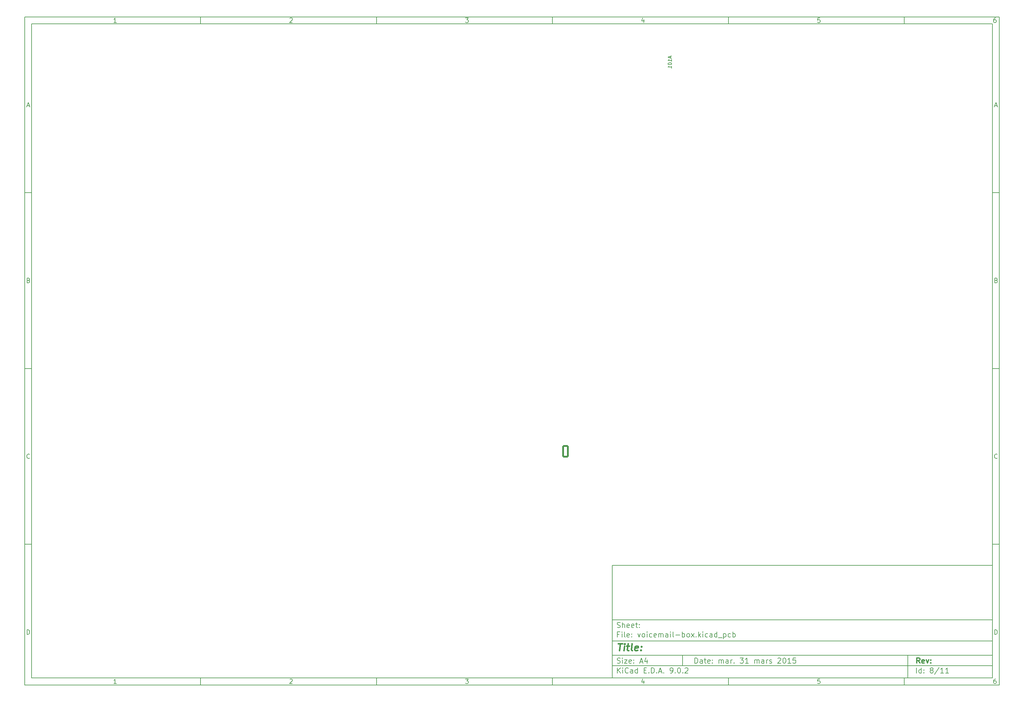
<source format=gbo>
%TF.GenerationSoftware,KiCad,Pcbnew,9.0.2*%
%TF.CreationDate,2025-05-30T11:40:44+02:00*%
%TF.ProjectId,voicemail-box,766f6963-656d-4616-996c-2d626f782e6b,rev?*%
%TF.SameCoordinates,PX5f5e100PY5f5e100*%
%TF.FileFunction,Legend,Bot*%
%TF.FilePolarity,Positive*%
%FSLAX45Y45*%
G04 Gerber Fmt 4.5, Leading zero omitted, Abs format (unit mm)*
G04 Created by KiCad (PCBNEW 9.0.2) date 2025-05-30 11:40:44*
%MOMM*%
%LPD*%
G01*
G04 APERTURE LIST*
G04 Aperture macros list*
%AMRoundRect*
0 Rectangle with rounded corners*
0 $1 Rounding radius*
0 $2 $3 $4 $5 $6 $7 $8 $9 X,Y pos of 4 corners*
0 Add a 4 corners polygon primitive as box body*
4,1,4,$2,$3,$4,$5,$6,$7,$8,$9,$2,$3,0*
0 Add four circle primitives for the rounded corners*
1,1,$1+$1,$2,$3*
1,1,$1+$1,$4,$5*
1,1,$1+$1,$6,$7*
1,1,$1+$1,$8,$9*
0 Add four rect primitives between the rounded corners*
20,1,$1+$1,$2,$3,$4,$5,0*
20,1,$1+$1,$4,$5,$6,$7,0*
20,1,$1+$1,$6,$7,$8,$9,0*
20,1,$1+$1,$8,$9,$2,$3,0*%
G04 Aperture macros list end*
%ADD10C,0.100000*%
%ADD11C,0.150000*%
%ADD12C,0.300000*%
%ADD13C,0.400000*%
%ADD14C,2.000000*%
%ADD15R,1.700000X1.700000*%
%ADD16C,1.700000*%
%ADD17R,3.000000X3.000000*%
%ADD18C,3.000000*%
%ADD19O,1.000000X1.700000*%
%ADD20R,1.700000X2.500000*%
%ADD21O,1.700000X2.500000*%
%ADD22RoundRect,0.250000X-0.650000X-1.550000X0.650000X-1.550000X0.650000X1.550000X-0.650000X1.550000X0*%
%ADD23O,1.800000X3.600000*%
%ADD24R,1.000000X1.000000*%
%ADD25C,1.000000*%
%ADD26R,1.600000X1.600000*%
%ADD27O,1.600000X1.600000*%
%ADD28C,4.500000*%
%ADD29C,0.600000*%
G04 APERTURE END LIST*
D10*
D11*
X7700220Y-6600720D02*
X18500220Y-6600720D01*
X18500220Y-9800720D01*
X7700220Y-9800720D01*
X7700220Y-6600720D01*
D10*
D11*
X-9000000Y9000000D02*
X18700220Y9000000D01*
X18700220Y-10000720D01*
X-9000000Y-10000720D01*
X-9000000Y9000000D01*
D10*
D11*
X-8800000Y8800000D02*
X18500220Y8800000D01*
X18500220Y-9800720D01*
X-8800000Y-9800720D01*
X-8800000Y8800000D01*
D10*
D11*
X-4000000Y8800000D02*
X-4000000Y9000000D01*
D10*
D11*
X1000000Y8800000D02*
X1000000Y9000000D01*
D10*
D11*
X6000000Y8800000D02*
X6000000Y9000000D01*
D10*
D11*
X11000000Y8800000D02*
X11000000Y9000000D01*
D10*
D11*
X16000000Y8800000D02*
X16000000Y9000000D01*
D10*
D11*
X-6391084Y8840640D02*
X-6465370Y8840640D01*
X-6428227Y8840640D02*
X-6428227Y8970640D01*
X-6428227Y8970640D02*
X-6440608Y8952068D01*
X-6440608Y8952068D02*
X-6452989Y8939687D01*
X-6452989Y8939687D02*
X-6465370Y8933497D01*
D10*
D11*
X-1465370Y8958259D02*
X-1459179Y8964449D01*
X-1459179Y8964449D02*
X-1446798Y8970640D01*
X-1446798Y8970640D02*
X-1415846Y8970640D01*
X-1415846Y8970640D02*
X-1403465Y8964449D01*
X-1403465Y8964449D02*
X-1397275Y8958259D01*
X-1397275Y8958259D02*
X-1391084Y8945878D01*
X-1391084Y8945878D02*
X-1391084Y8933497D01*
X-1391084Y8933497D02*
X-1397275Y8914925D01*
X-1397275Y8914925D02*
X-1471560Y8840640D01*
X-1471560Y8840640D02*
X-1391084Y8840640D01*
D10*
D11*
X3528440Y8970640D02*
X3608916Y8970640D01*
X3608916Y8970640D02*
X3565583Y8921116D01*
X3565583Y8921116D02*
X3584154Y8921116D01*
X3584154Y8921116D02*
X3596535Y8914925D01*
X3596535Y8914925D02*
X3602725Y8908735D01*
X3602725Y8908735D02*
X3608916Y8896354D01*
X3608916Y8896354D02*
X3608916Y8865402D01*
X3608916Y8865402D02*
X3602725Y8853021D01*
X3602725Y8853021D02*
X3596535Y8846830D01*
X3596535Y8846830D02*
X3584154Y8840640D01*
X3584154Y8840640D02*
X3547011Y8840640D01*
X3547011Y8840640D02*
X3534630Y8846830D01*
X3534630Y8846830D02*
X3528440Y8853021D01*
D10*
D11*
X8596535Y8927306D02*
X8596535Y8840640D01*
X8565583Y8976830D02*
X8534630Y8883973D01*
X8534630Y8883973D02*
X8615106Y8883973D01*
D10*
D11*
X13602725Y8970640D02*
X13540821Y8970640D01*
X13540821Y8970640D02*
X13534630Y8908735D01*
X13534630Y8908735D02*
X13540821Y8914925D01*
X13540821Y8914925D02*
X13553202Y8921116D01*
X13553202Y8921116D02*
X13584154Y8921116D01*
X13584154Y8921116D02*
X13596535Y8914925D01*
X13596535Y8914925D02*
X13602725Y8908735D01*
X13602725Y8908735D02*
X13608916Y8896354D01*
X13608916Y8896354D02*
X13608916Y8865402D01*
X13608916Y8865402D02*
X13602725Y8853021D01*
X13602725Y8853021D02*
X13596535Y8846830D01*
X13596535Y8846830D02*
X13584154Y8840640D01*
X13584154Y8840640D02*
X13553202Y8840640D01*
X13553202Y8840640D02*
X13540821Y8846830D01*
X13540821Y8846830D02*
X13534630Y8853021D01*
D10*
D11*
X18596535Y8970640D02*
X18571773Y8970640D01*
X18571773Y8970640D02*
X18559392Y8964449D01*
X18559392Y8964449D02*
X18553202Y8958259D01*
X18553202Y8958259D02*
X18540821Y8939687D01*
X18540821Y8939687D02*
X18534630Y8914925D01*
X18534630Y8914925D02*
X18534630Y8865402D01*
X18534630Y8865402D02*
X18540821Y8853021D01*
X18540821Y8853021D02*
X18547011Y8846830D01*
X18547011Y8846830D02*
X18559392Y8840640D01*
X18559392Y8840640D02*
X18584154Y8840640D01*
X18584154Y8840640D02*
X18596535Y8846830D01*
X18596535Y8846830D02*
X18602726Y8853021D01*
X18602726Y8853021D02*
X18608916Y8865402D01*
X18608916Y8865402D02*
X18608916Y8896354D01*
X18608916Y8896354D02*
X18602726Y8908735D01*
X18602726Y8908735D02*
X18596535Y8914925D01*
X18596535Y8914925D02*
X18584154Y8921116D01*
X18584154Y8921116D02*
X18559392Y8921116D01*
X18559392Y8921116D02*
X18547011Y8914925D01*
X18547011Y8914925D02*
X18540821Y8908735D01*
X18540821Y8908735D02*
X18534630Y8896354D01*
D10*
D11*
X-4000000Y-9800720D02*
X-4000000Y-10000720D01*
D10*
D11*
X1000000Y-9800720D02*
X1000000Y-10000720D01*
D10*
D11*
X6000000Y-9800720D02*
X6000000Y-10000720D01*
D10*
D11*
X11000000Y-9800720D02*
X11000000Y-10000720D01*
D10*
D11*
X16000000Y-9800720D02*
X16000000Y-10000720D01*
D10*
D11*
X-6391084Y-9960080D02*
X-6465370Y-9960080D01*
X-6428227Y-9960080D02*
X-6428227Y-9830080D01*
X-6428227Y-9830080D02*
X-6440608Y-9848652D01*
X-6440608Y-9848652D02*
X-6452989Y-9861033D01*
X-6452989Y-9861033D02*
X-6465370Y-9867223D01*
D10*
D11*
X-1465370Y-9842461D02*
X-1459179Y-9836271D01*
X-1459179Y-9836271D02*
X-1446798Y-9830080D01*
X-1446798Y-9830080D02*
X-1415846Y-9830080D01*
X-1415846Y-9830080D02*
X-1403465Y-9836271D01*
X-1403465Y-9836271D02*
X-1397275Y-9842461D01*
X-1397275Y-9842461D02*
X-1391084Y-9854842D01*
X-1391084Y-9854842D02*
X-1391084Y-9867223D01*
X-1391084Y-9867223D02*
X-1397275Y-9885795D01*
X-1397275Y-9885795D02*
X-1471560Y-9960080D01*
X-1471560Y-9960080D02*
X-1391084Y-9960080D01*
D10*
D11*
X3528440Y-9830080D02*
X3608916Y-9830080D01*
X3608916Y-9830080D02*
X3565583Y-9879604D01*
X3565583Y-9879604D02*
X3584154Y-9879604D01*
X3584154Y-9879604D02*
X3596535Y-9885795D01*
X3596535Y-9885795D02*
X3602725Y-9891985D01*
X3602725Y-9891985D02*
X3608916Y-9904366D01*
X3608916Y-9904366D02*
X3608916Y-9935319D01*
X3608916Y-9935319D02*
X3602725Y-9947700D01*
X3602725Y-9947700D02*
X3596535Y-9953890D01*
X3596535Y-9953890D02*
X3584154Y-9960080D01*
X3584154Y-9960080D02*
X3547011Y-9960080D01*
X3547011Y-9960080D02*
X3534630Y-9953890D01*
X3534630Y-9953890D02*
X3528440Y-9947700D01*
D10*
D11*
X8596535Y-9873414D02*
X8596535Y-9960080D01*
X8565583Y-9823890D02*
X8534630Y-9916747D01*
X8534630Y-9916747D02*
X8615106Y-9916747D01*
D10*
D11*
X13602725Y-9830080D02*
X13540821Y-9830080D01*
X13540821Y-9830080D02*
X13534630Y-9891985D01*
X13534630Y-9891985D02*
X13540821Y-9885795D01*
X13540821Y-9885795D02*
X13553202Y-9879604D01*
X13553202Y-9879604D02*
X13584154Y-9879604D01*
X13584154Y-9879604D02*
X13596535Y-9885795D01*
X13596535Y-9885795D02*
X13602725Y-9891985D01*
X13602725Y-9891985D02*
X13608916Y-9904366D01*
X13608916Y-9904366D02*
X13608916Y-9935319D01*
X13608916Y-9935319D02*
X13602725Y-9947700D01*
X13602725Y-9947700D02*
X13596535Y-9953890D01*
X13596535Y-9953890D02*
X13584154Y-9960080D01*
X13584154Y-9960080D02*
X13553202Y-9960080D01*
X13553202Y-9960080D02*
X13540821Y-9953890D01*
X13540821Y-9953890D02*
X13534630Y-9947700D01*
D10*
D11*
X18596535Y-9830080D02*
X18571773Y-9830080D01*
X18571773Y-9830080D02*
X18559392Y-9836271D01*
X18559392Y-9836271D02*
X18553202Y-9842461D01*
X18553202Y-9842461D02*
X18540821Y-9861033D01*
X18540821Y-9861033D02*
X18534630Y-9885795D01*
X18534630Y-9885795D02*
X18534630Y-9935319D01*
X18534630Y-9935319D02*
X18540821Y-9947700D01*
X18540821Y-9947700D02*
X18547011Y-9953890D01*
X18547011Y-9953890D02*
X18559392Y-9960080D01*
X18559392Y-9960080D02*
X18584154Y-9960080D01*
X18584154Y-9960080D02*
X18596535Y-9953890D01*
X18596535Y-9953890D02*
X18602726Y-9947700D01*
X18602726Y-9947700D02*
X18608916Y-9935319D01*
X18608916Y-9935319D02*
X18608916Y-9904366D01*
X18608916Y-9904366D02*
X18602726Y-9891985D01*
X18602726Y-9891985D02*
X18596535Y-9885795D01*
X18596535Y-9885795D02*
X18584154Y-9879604D01*
X18584154Y-9879604D02*
X18559392Y-9879604D01*
X18559392Y-9879604D02*
X18547011Y-9885795D01*
X18547011Y-9885795D02*
X18540821Y-9891985D01*
X18540821Y-9891985D02*
X18534630Y-9904366D01*
D10*
D11*
X-9000000Y4000000D02*
X-8800000Y4000000D01*
D10*
D11*
X-9000000Y-1000000D02*
X-8800000Y-1000000D01*
D10*
D11*
X-9000000Y-6000000D02*
X-8800000Y-6000000D01*
D10*
D11*
X-8930952Y6477782D02*
X-8869048Y6477782D01*
X-8943333Y6440640D02*
X-8900000Y6570640D01*
X-8900000Y6570640D02*
X-8856667Y6440640D01*
D10*
D11*
X-8890714Y1508735D02*
X-8872143Y1502544D01*
X-8872143Y1502544D02*
X-8865952Y1496354D01*
X-8865952Y1496354D02*
X-8859762Y1483973D01*
X-8859762Y1483973D02*
X-8859762Y1465401D01*
X-8859762Y1465401D02*
X-8865952Y1453020D01*
X-8865952Y1453020D02*
X-8872143Y1446830D01*
X-8872143Y1446830D02*
X-8884524Y1440640D01*
X-8884524Y1440640D02*
X-8934048Y1440640D01*
X-8934048Y1440640D02*
X-8934048Y1570640D01*
X-8934048Y1570640D02*
X-8890714Y1570640D01*
X-8890714Y1570640D02*
X-8878333Y1564449D01*
X-8878333Y1564449D02*
X-8872143Y1558259D01*
X-8872143Y1558259D02*
X-8865952Y1545878D01*
X-8865952Y1545878D02*
X-8865952Y1533497D01*
X-8865952Y1533497D02*
X-8872143Y1521116D01*
X-8872143Y1521116D02*
X-8878333Y1514925D01*
X-8878333Y1514925D02*
X-8890714Y1508735D01*
X-8890714Y1508735D02*
X-8934048Y1508735D01*
D10*
D11*
X-8859762Y-3546979D02*
X-8865952Y-3553170D01*
X-8865952Y-3553170D02*
X-8884524Y-3559360D01*
X-8884524Y-3559360D02*
X-8896905Y-3559360D01*
X-8896905Y-3559360D02*
X-8915476Y-3553170D01*
X-8915476Y-3553170D02*
X-8927857Y-3540789D01*
X-8927857Y-3540789D02*
X-8934048Y-3528408D01*
X-8934048Y-3528408D02*
X-8940238Y-3503646D01*
X-8940238Y-3503646D02*
X-8940238Y-3485075D01*
X-8940238Y-3485075D02*
X-8934048Y-3460313D01*
X-8934048Y-3460313D02*
X-8927857Y-3447932D01*
X-8927857Y-3447932D02*
X-8915476Y-3435551D01*
X-8915476Y-3435551D02*
X-8896905Y-3429360D01*
X-8896905Y-3429360D02*
X-8884524Y-3429360D01*
X-8884524Y-3429360D02*
X-8865952Y-3435551D01*
X-8865952Y-3435551D02*
X-8859762Y-3441741D01*
D10*
D11*
X-8934048Y-8559360D02*
X-8934048Y-8429360D01*
X-8934048Y-8429360D02*
X-8903095Y-8429360D01*
X-8903095Y-8429360D02*
X-8884524Y-8435551D01*
X-8884524Y-8435551D02*
X-8872143Y-8447932D01*
X-8872143Y-8447932D02*
X-8865952Y-8460313D01*
X-8865952Y-8460313D02*
X-8859762Y-8485075D01*
X-8859762Y-8485075D02*
X-8859762Y-8503646D01*
X-8859762Y-8503646D02*
X-8865952Y-8528408D01*
X-8865952Y-8528408D02*
X-8872143Y-8540789D01*
X-8872143Y-8540789D02*
X-8884524Y-8553170D01*
X-8884524Y-8553170D02*
X-8903095Y-8559360D01*
X-8903095Y-8559360D02*
X-8934048Y-8559360D01*
D10*
D11*
X18700220Y4000000D02*
X18500220Y4000000D01*
D10*
D11*
X18700220Y-1000000D02*
X18500220Y-1000000D01*
D10*
D11*
X18700220Y-6000000D02*
X18500220Y-6000000D01*
D10*
D11*
X18569268Y6477782D02*
X18631172Y6477782D01*
X18556887Y6440640D02*
X18600220Y6570640D01*
X18600220Y6570640D02*
X18643553Y6440640D01*
D10*
D11*
X18609506Y1508735D02*
X18628077Y1502544D01*
X18628077Y1502544D02*
X18634268Y1496354D01*
X18634268Y1496354D02*
X18640458Y1483973D01*
X18640458Y1483973D02*
X18640458Y1465401D01*
X18640458Y1465401D02*
X18634268Y1453020D01*
X18634268Y1453020D02*
X18628077Y1446830D01*
X18628077Y1446830D02*
X18615696Y1440640D01*
X18615696Y1440640D02*
X18566172Y1440640D01*
X18566172Y1440640D02*
X18566172Y1570640D01*
X18566172Y1570640D02*
X18609506Y1570640D01*
X18609506Y1570640D02*
X18621887Y1564449D01*
X18621887Y1564449D02*
X18628077Y1558259D01*
X18628077Y1558259D02*
X18634268Y1545878D01*
X18634268Y1545878D02*
X18634268Y1533497D01*
X18634268Y1533497D02*
X18628077Y1521116D01*
X18628077Y1521116D02*
X18621887Y1514925D01*
X18621887Y1514925D02*
X18609506Y1508735D01*
X18609506Y1508735D02*
X18566172Y1508735D01*
D10*
D11*
X18640458Y-3546979D02*
X18634268Y-3553170D01*
X18634268Y-3553170D02*
X18615696Y-3559360D01*
X18615696Y-3559360D02*
X18603315Y-3559360D01*
X18603315Y-3559360D02*
X18584744Y-3553170D01*
X18584744Y-3553170D02*
X18572363Y-3540789D01*
X18572363Y-3540789D02*
X18566172Y-3528408D01*
X18566172Y-3528408D02*
X18559982Y-3503646D01*
X18559982Y-3503646D02*
X18559982Y-3485075D01*
X18559982Y-3485075D02*
X18566172Y-3460313D01*
X18566172Y-3460313D02*
X18572363Y-3447932D01*
X18572363Y-3447932D02*
X18584744Y-3435551D01*
X18584744Y-3435551D02*
X18603315Y-3429360D01*
X18603315Y-3429360D02*
X18615696Y-3429360D01*
X18615696Y-3429360D02*
X18634268Y-3435551D01*
X18634268Y-3435551D02*
X18640458Y-3441741D01*
D10*
D11*
X18566172Y-8559360D02*
X18566172Y-8429360D01*
X18566172Y-8429360D02*
X18597125Y-8429360D01*
X18597125Y-8429360D02*
X18615696Y-8435551D01*
X18615696Y-8435551D02*
X18628077Y-8447932D01*
X18628077Y-8447932D02*
X18634268Y-8460313D01*
X18634268Y-8460313D02*
X18640458Y-8485075D01*
X18640458Y-8485075D02*
X18640458Y-8503646D01*
X18640458Y-8503646D02*
X18634268Y-8528408D01*
X18634268Y-8528408D02*
X18628077Y-8540789D01*
X18628077Y-8540789D02*
X18615696Y-8553170D01*
X18615696Y-8553170D02*
X18597125Y-8559360D01*
X18597125Y-8559360D02*
X18566172Y-8559360D01*
D10*
D11*
X10045803Y-9379333D02*
X10045803Y-9229333D01*
X10045803Y-9229333D02*
X10081517Y-9229333D01*
X10081517Y-9229333D02*
X10102946Y-9236476D01*
X10102946Y-9236476D02*
X10117231Y-9250761D01*
X10117231Y-9250761D02*
X10124374Y-9265047D01*
X10124374Y-9265047D02*
X10131517Y-9293619D01*
X10131517Y-9293619D02*
X10131517Y-9315047D01*
X10131517Y-9315047D02*
X10124374Y-9343619D01*
X10124374Y-9343619D02*
X10117231Y-9357904D01*
X10117231Y-9357904D02*
X10102946Y-9372190D01*
X10102946Y-9372190D02*
X10081517Y-9379333D01*
X10081517Y-9379333D02*
X10045803Y-9379333D01*
X10260088Y-9379333D02*
X10260088Y-9300761D01*
X10260088Y-9300761D02*
X10252946Y-9286476D01*
X10252946Y-9286476D02*
X10238660Y-9279333D01*
X10238660Y-9279333D02*
X10210088Y-9279333D01*
X10210088Y-9279333D02*
X10195803Y-9286476D01*
X10260088Y-9372190D02*
X10245803Y-9379333D01*
X10245803Y-9379333D02*
X10210088Y-9379333D01*
X10210088Y-9379333D02*
X10195803Y-9372190D01*
X10195803Y-9372190D02*
X10188660Y-9357904D01*
X10188660Y-9357904D02*
X10188660Y-9343619D01*
X10188660Y-9343619D02*
X10195803Y-9329333D01*
X10195803Y-9329333D02*
X10210088Y-9322190D01*
X10210088Y-9322190D02*
X10245803Y-9322190D01*
X10245803Y-9322190D02*
X10260088Y-9315047D01*
X10310088Y-9279333D02*
X10367231Y-9279333D01*
X10331517Y-9229333D02*
X10331517Y-9357904D01*
X10331517Y-9357904D02*
X10338660Y-9372190D01*
X10338660Y-9372190D02*
X10352946Y-9379333D01*
X10352946Y-9379333D02*
X10367231Y-9379333D01*
X10474374Y-9372190D02*
X10460088Y-9379333D01*
X10460088Y-9379333D02*
X10431517Y-9379333D01*
X10431517Y-9379333D02*
X10417231Y-9372190D01*
X10417231Y-9372190D02*
X10410088Y-9357904D01*
X10410088Y-9357904D02*
X10410088Y-9300761D01*
X10410088Y-9300761D02*
X10417231Y-9286476D01*
X10417231Y-9286476D02*
X10431517Y-9279333D01*
X10431517Y-9279333D02*
X10460088Y-9279333D01*
X10460088Y-9279333D02*
X10474374Y-9286476D01*
X10474374Y-9286476D02*
X10481517Y-9300761D01*
X10481517Y-9300761D02*
X10481517Y-9315047D01*
X10481517Y-9315047D02*
X10410088Y-9329333D01*
X10545803Y-9365047D02*
X10552946Y-9372190D01*
X10552946Y-9372190D02*
X10545803Y-9379333D01*
X10545803Y-9379333D02*
X10538660Y-9372190D01*
X10538660Y-9372190D02*
X10545803Y-9365047D01*
X10545803Y-9365047D02*
X10545803Y-9379333D01*
X10545803Y-9286476D02*
X10552946Y-9293619D01*
X10552946Y-9293619D02*
X10545803Y-9300761D01*
X10545803Y-9300761D02*
X10538660Y-9293619D01*
X10538660Y-9293619D02*
X10545803Y-9286476D01*
X10545803Y-9286476D02*
X10545803Y-9300761D01*
X10731517Y-9379333D02*
X10731517Y-9279333D01*
X10731517Y-9293619D02*
X10738660Y-9286476D01*
X10738660Y-9286476D02*
X10752946Y-9279333D01*
X10752946Y-9279333D02*
X10774374Y-9279333D01*
X10774374Y-9279333D02*
X10788660Y-9286476D01*
X10788660Y-9286476D02*
X10795803Y-9300761D01*
X10795803Y-9300761D02*
X10795803Y-9379333D01*
X10795803Y-9300761D02*
X10802946Y-9286476D01*
X10802946Y-9286476D02*
X10817231Y-9279333D01*
X10817231Y-9279333D02*
X10838660Y-9279333D01*
X10838660Y-9279333D02*
X10852946Y-9286476D01*
X10852946Y-9286476D02*
X10860088Y-9300761D01*
X10860088Y-9300761D02*
X10860088Y-9379333D01*
X10995803Y-9379333D02*
X10995803Y-9300761D01*
X10995803Y-9300761D02*
X10988660Y-9286476D01*
X10988660Y-9286476D02*
X10974374Y-9279333D01*
X10974374Y-9279333D02*
X10945803Y-9279333D01*
X10945803Y-9279333D02*
X10931517Y-9286476D01*
X10995803Y-9372190D02*
X10981517Y-9379333D01*
X10981517Y-9379333D02*
X10945803Y-9379333D01*
X10945803Y-9379333D02*
X10931517Y-9372190D01*
X10931517Y-9372190D02*
X10924374Y-9357904D01*
X10924374Y-9357904D02*
X10924374Y-9343619D01*
X10924374Y-9343619D02*
X10931517Y-9329333D01*
X10931517Y-9329333D02*
X10945803Y-9322190D01*
X10945803Y-9322190D02*
X10981517Y-9322190D01*
X10981517Y-9322190D02*
X10995803Y-9315047D01*
X11067231Y-9379333D02*
X11067231Y-9279333D01*
X11067231Y-9307904D02*
X11074374Y-9293619D01*
X11074374Y-9293619D02*
X11081517Y-9286476D01*
X11081517Y-9286476D02*
X11095803Y-9279333D01*
X11095803Y-9279333D02*
X11110088Y-9279333D01*
X11160088Y-9365047D02*
X11167231Y-9372190D01*
X11167231Y-9372190D02*
X11160088Y-9379333D01*
X11160088Y-9379333D02*
X11152946Y-9372190D01*
X11152946Y-9372190D02*
X11160088Y-9365047D01*
X11160088Y-9365047D02*
X11160088Y-9379333D01*
X11331517Y-9229333D02*
X11424374Y-9229333D01*
X11424374Y-9229333D02*
X11374374Y-9286476D01*
X11374374Y-9286476D02*
X11395803Y-9286476D01*
X11395803Y-9286476D02*
X11410088Y-9293619D01*
X11410088Y-9293619D02*
X11417231Y-9300761D01*
X11417231Y-9300761D02*
X11424374Y-9315047D01*
X11424374Y-9315047D02*
X11424374Y-9350761D01*
X11424374Y-9350761D02*
X11417231Y-9365047D01*
X11417231Y-9365047D02*
X11410088Y-9372190D01*
X11410088Y-9372190D02*
X11395803Y-9379333D01*
X11395803Y-9379333D02*
X11352945Y-9379333D01*
X11352945Y-9379333D02*
X11338660Y-9372190D01*
X11338660Y-9372190D02*
X11331517Y-9365047D01*
X11567231Y-9379333D02*
X11481517Y-9379333D01*
X11524374Y-9379333D02*
X11524374Y-9229333D01*
X11524374Y-9229333D02*
X11510088Y-9250761D01*
X11510088Y-9250761D02*
X11495803Y-9265047D01*
X11495803Y-9265047D02*
X11481517Y-9272190D01*
X11745802Y-9379333D02*
X11745802Y-9279333D01*
X11745802Y-9293619D02*
X11752945Y-9286476D01*
X11752945Y-9286476D02*
X11767231Y-9279333D01*
X11767231Y-9279333D02*
X11788660Y-9279333D01*
X11788660Y-9279333D02*
X11802945Y-9286476D01*
X11802945Y-9286476D02*
X11810088Y-9300761D01*
X11810088Y-9300761D02*
X11810088Y-9379333D01*
X11810088Y-9300761D02*
X11817231Y-9286476D01*
X11817231Y-9286476D02*
X11831517Y-9279333D01*
X11831517Y-9279333D02*
X11852945Y-9279333D01*
X11852945Y-9279333D02*
X11867231Y-9286476D01*
X11867231Y-9286476D02*
X11874374Y-9300761D01*
X11874374Y-9300761D02*
X11874374Y-9379333D01*
X12010088Y-9379333D02*
X12010088Y-9300761D01*
X12010088Y-9300761D02*
X12002945Y-9286476D01*
X12002945Y-9286476D02*
X11988660Y-9279333D01*
X11988660Y-9279333D02*
X11960088Y-9279333D01*
X11960088Y-9279333D02*
X11945802Y-9286476D01*
X12010088Y-9372190D02*
X11995802Y-9379333D01*
X11995802Y-9379333D02*
X11960088Y-9379333D01*
X11960088Y-9379333D02*
X11945802Y-9372190D01*
X11945802Y-9372190D02*
X11938660Y-9357904D01*
X11938660Y-9357904D02*
X11938660Y-9343619D01*
X11938660Y-9343619D02*
X11945802Y-9329333D01*
X11945802Y-9329333D02*
X11960088Y-9322190D01*
X11960088Y-9322190D02*
X11995802Y-9322190D01*
X11995802Y-9322190D02*
X12010088Y-9315047D01*
X12081517Y-9379333D02*
X12081517Y-9279333D01*
X12081517Y-9307904D02*
X12088660Y-9293619D01*
X12088660Y-9293619D02*
X12095803Y-9286476D01*
X12095803Y-9286476D02*
X12110088Y-9279333D01*
X12110088Y-9279333D02*
X12124374Y-9279333D01*
X12167231Y-9372190D02*
X12181517Y-9379333D01*
X12181517Y-9379333D02*
X12210088Y-9379333D01*
X12210088Y-9379333D02*
X12224374Y-9372190D01*
X12224374Y-9372190D02*
X12231517Y-9357904D01*
X12231517Y-9357904D02*
X12231517Y-9350761D01*
X12231517Y-9350761D02*
X12224374Y-9336476D01*
X12224374Y-9336476D02*
X12210088Y-9329333D01*
X12210088Y-9329333D02*
X12188660Y-9329333D01*
X12188660Y-9329333D02*
X12174374Y-9322190D01*
X12174374Y-9322190D02*
X12167231Y-9307904D01*
X12167231Y-9307904D02*
X12167231Y-9300761D01*
X12167231Y-9300761D02*
X12174374Y-9286476D01*
X12174374Y-9286476D02*
X12188660Y-9279333D01*
X12188660Y-9279333D02*
X12210088Y-9279333D01*
X12210088Y-9279333D02*
X12224374Y-9286476D01*
X12402945Y-9243619D02*
X12410088Y-9236476D01*
X12410088Y-9236476D02*
X12424374Y-9229333D01*
X12424374Y-9229333D02*
X12460088Y-9229333D01*
X12460088Y-9229333D02*
X12474374Y-9236476D01*
X12474374Y-9236476D02*
X12481517Y-9243619D01*
X12481517Y-9243619D02*
X12488660Y-9257904D01*
X12488660Y-9257904D02*
X12488660Y-9272190D01*
X12488660Y-9272190D02*
X12481517Y-9293619D01*
X12481517Y-9293619D02*
X12395802Y-9379333D01*
X12395802Y-9379333D02*
X12488660Y-9379333D01*
X12581517Y-9229333D02*
X12595802Y-9229333D01*
X12595802Y-9229333D02*
X12610088Y-9236476D01*
X12610088Y-9236476D02*
X12617231Y-9243619D01*
X12617231Y-9243619D02*
X12624374Y-9257904D01*
X12624374Y-9257904D02*
X12631517Y-9286476D01*
X12631517Y-9286476D02*
X12631517Y-9322190D01*
X12631517Y-9322190D02*
X12624374Y-9350761D01*
X12624374Y-9350761D02*
X12617231Y-9365047D01*
X12617231Y-9365047D02*
X12610088Y-9372190D01*
X12610088Y-9372190D02*
X12595802Y-9379333D01*
X12595802Y-9379333D02*
X12581517Y-9379333D01*
X12581517Y-9379333D02*
X12567231Y-9372190D01*
X12567231Y-9372190D02*
X12560088Y-9365047D01*
X12560088Y-9365047D02*
X12552945Y-9350761D01*
X12552945Y-9350761D02*
X12545802Y-9322190D01*
X12545802Y-9322190D02*
X12545802Y-9286476D01*
X12545802Y-9286476D02*
X12552945Y-9257904D01*
X12552945Y-9257904D02*
X12560088Y-9243619D01*
X12560088Y-9243619D02*
X12567231Y-9236476D01*
X12567231Y-9236476D02*
X12581517Y-9229333D01*
X12774374Y-9379333D02*
X12688660Y-9379333D01*
X12731517Y-9379333D02*
X12731517Y-9229333D01*
X12731517Y-9229333D02*
X12717231Y-9250761D01*
X12717231Y-9250761D02*
X12702945Y-9265047D01*
X12702945Y-9265047D02*
X12688660Y-9272190D01*
X12910088Y-9229333D02*
X12838659Y-9229333D01*
X12838659Y-9229333D02*
X12831517Y-9300761D01*
X12831517Y-9300761D02*
X12838659Y-9293619D01*
X12838659Y-9293619D02*
X12852945Y-9286476D01*
X12852945Y-9286476D02*
X12888659Y-9286476D01*
X12888659Y-9286476D02*
X12902945Y-9293619D01*
X12902945Y-9293619D02*
X12910088Y-9300761D01*
X12910088Y-9300761D02*
X12917231Y-9315047D01*
X12917231Y-9315047D02*
X12917231Y-9350761D01*
X12917231Y-9350761D02*
X12910088Y-9365047D01*
X12910088Y-9365047D02*
X12902945Y-9372190D01*
X12902945Y-9372190D02*
X12888659Y-9379333D01*
X12888659Y-9379333D02*
X12852945Y-9379333D01*
X12852945Y-9379333D02*
X12838659Y-9372190D01*
X12838659Y-9372190D02*
X12831517Y-9365047D01*
D10*
D11*
X7700220Y-9450720D02*
X18500220Y-9450720D01*
D10*
D11*
X7845803Y-9659333D02*
X7845803Y-9509333D01*
X7931517Y-9659333D02*
X7867231Y-9573619D01*
X7931517Y-9509333D02*
X7845803Y-9595047D01*
X7995803Y-9659333D02*
X7995803Y-9559333D01*
X7995803Y-9509333D02*
X7988660Y-9516476D01*
X7988660Y-9516476D02*
X7995803Y-9523619D01*
X7995803Y-9523619D02*
X8002945Y-9516476D01*
X8002945Y-9516476D02*
X7995803Y-9509333D01*
X7995803Y-9509333D02*
X7995803Y-9523619D01*
X8152945Y-9645047D02*
X8145803Y-9652190D01*
X8145803Y-9652190D02*
X8124374Y-9659333D01*
X8124374Y-9659333D02*
X8110088Y-9659333D01*
X8110088Y-9659333D02*
X8088660Y-9652190D01*
X8088660Y-9652190D02*
X8074374Y-9637904D01*
X8074374Y-9637904D02*
X8067231Y-9623619D01*
X8067231Y-9623619D02*
X8060088Y-9595047D01*
X8060088Y-9595047D02*
X8060088Y-9573619D01*
X8060088Y-9573619D02*
X8067231Y-9545047D01*
X8067231Y-9545047D02*
X8074374Y-9530761D01*
X8074374Y-9530761D02*
X8088660Y-9516476D01*
X8088660Y-9516476D02*
X8110088Y-9509333D01*
X8110088Y-9509333D02*
X8124374Y-9509333D01*
X8124374Y-9509333D02*
X8145803Y-9516476D01*
X8145803Y-9516476D02*
X8152945Y-9523619D01*
X8281517Y-9659333D02*
X8281517Y-9580761D01*
X8281517Y-9580761D02*
X8274374Y-9566476D01*
X8274374Y-9566476D02*
X8260088Y-9559333D01*
X8260088Y-9559333D02*
X8231517Y-9559333D01*
X8231517Y-9559333D02*
X8217231Y-9566476D01*
X8281517Y-9652190D02*
X8267231Y-9659333D01*
X8267231Y-9659333D02*
X8231517Y-9659333D01*
X8231517Y-9659333D02*
X8217231Y-9652190D01*
X8217231Y-9652190D02*
X8210088Y-9637904D01*
X8210088Y-9637904D02*
X8210088Y-9623619D01*
X8210088Y-9623619D02*
X8217231Y-9609333D01*
X8217231Y-9609333D02*
X8231517Y-9602190D01*
X8231517Y-9602190D02*
X8267231Y-9602190D01*
X8267231Y-9602190D02*
X8281517Y-9595047D01*
X8417231Y-9659333D02*
X8417231Y-9509333D01*
X8417231Y-9652190D02*
X8402946Y-9659333D01*
X8402946Y-9659333D02*
X8374374Y-9659333D01*
X8374374Y-9659333D02*
X8360088Y-9652190D01*
X8360088Y-9652190D02*
X8352945Y-9645047D01*
X8352945Y-9645047D02*
X8345803Y-9630761D01*
X8345803Y-9630761D02*
X8345803Y-9587904D01*
X8345803Y-9587904D02*
X8352945Y-9573619D01*
X8352945Y-9573619D02*
X8360088Y-9566476D01*
X8360088Y-9566476D02*
X8374374Y-9559333D01*
X8374374Y-9559333D02*
X8402946Y-9559333D01*
X8402946Y-9559333D02*
X8417231Y-9566476D01*
X8602946Y-9580761D02*
X8652946Y-9580761D01*
X8674374Y-9659333D02*
X8602946Y-9659333D01*
X8602946Y-9659333D02*
X8602946Y-9509333D01*
X8602946Y-9509333D02*
X8674374Y-9509333D01*
X8738660Y-9645047D02*
X8745803Y-9652190D01*
X8745803Y-9652190D02*
X8738660Y-9659333D01*
X8738660Y-9659333D02*
X8731517Y-9652190D01*
X8731517Y-9652190D02*
X8738660Y-9645047D01*
X8738660Y-9645047D02*
X8738660Y-9659333D01*
X8810088Y-9659333D02*
X8810088Y-9509333D01*
X8810088Y-9509333D02*
X8845803Y-9509333D01*
X8845803Y-9509333D02*
X8867231Y-9516476D01*
X8867231Y-9516476D02*
X8881517Y-9530761D01*
X8881517Y-9530761D02*
X8888660Y-9545047D01*
X8888660Y-9545047D02*
X8895803Y-9573619D01*
X8895803Y-9573619D02*
X8895803Y-9595047D01*
X8895803Y-9595047D02*
X8888660Y-9623619D01*
X8888660Y-9623619D02*
X8881517Y-9637904D01*
X8881517Y-9637904D02*
X8867231Y-9652190D01*
X8867231Y-9652190D02*
X8845803Y-9659333D01*
X8845803Y-9659333D02*
X8810088Y-9659333D01*
X8960088Y-9645047D02*
X8967231Y-9652190D01*
X8967231Y-9652190D02*
X8960088Y-9659333D01*
X8960088Y-9659333D02*
X8952946Y-9652190D01*
X8952946Y-9652190D02*
X8960088Y-9645047D01*
X8960088Y-9645047D02*
X8960088Y-9659333D01*
X9024374Y-9616476D02*
X9095803Y-9616476D01*
X9010089Y-9659333D02*
X9060089Y-9509333D01*
X9060089Y-9509333D02*
X9110089Y-9659333D01*
X9160088Y-9645047D02*
X9167231Y-9652190D01*
X9167231Y-9652190D02*
X9160088Y-9659333D01*
X9160088Y-9659333D02*
X9152946Y-9652190D01*
X9152946Y-9652190D02*
X9160088Y-9645047D01*
X9160088Y-9645047D02*
X9160088Y-9659333D01*
X9352946Y-9659333D02*
X9381517Y-9659333D01*
X9381517Y-9659333D02*
X9395803Y-9652190D01*
X9395803Y-9652190D02*
X9402946Y-9645047D01*
X9402946Y-9645047D02*
X9417231Y-9623619D01*
X9417231Y-9623619D02*
X9424374Y-9595047D01*
X9424374Y-9595047D02*
X9424374Y-9537904D01*
X9424374Y-9537904D02*
X9417231Y-9523619D01*
X9417231Y-9523619D02*
X9410089Y-9516476D01*
X9410089Y-9516476D02*
X9395803Y-9509333D01*
X9395803Y-9509333D02*
X9367231Y-9509333D01*
X9367231Y-9509333D02*
X9352946Y-9516476D01*
X9352946Y-9516476D02*
X9345803Y-9523619D01*
X9345803Y-9523619D02*
X9338660Y-9537904D01*
X9338660Y-9537904D02*
X9338660Y-9573619D01*
X9338660Y-9573619D02*
X9345803Y-9587904D01*
X9345803Y-9587904D02*
X9352946Y-9595047D01*
X9352946Y-9595047D02*
X9367231Y-9602190D01*
X9367231Y-9602190D02*
X9395803Y-9602190D01*
X9395803Y-9602190D02*
X9410089Y-9595047D01*
X9410089Y-9595047D02*
X9417231Y-9587904D01*
X9417231Y-9587904D02*
X9424374Y-9573619D01*
X9488660Y-9645047D02*
X9495803Y-9652190D01*
X9495803Y-9652190D02*
X9488660Y-9659333D01*
X9488660Y-9659333D02*
X9481517Y-9652190D01*
X9481517Y-9652190D02*
X9488660Y-9645047D01*
X9488660Y-9645047D02*
X9488660Y-9659333D01*
X9588660Y-9509333D02*
X9602946Y-9509333D01*
X9602946Y-9509333D02*
X9617231Y-9516476D01*
X9617231Y-9516476D02*
X9624374Y-9523619D01*
X9624374Y-9523619D02*
X9631517Y-9537904D01*
X9631517Y-9537904D02*
X9638660Y-9566476D01*
X9638660Y-9566476D02*
X9638660Y-9602190D01*
X9638660Y-9602190D02*
X9631517Y-9630761D01*
X9631517Y-9630761D02*
X9624374Y-9645047D01*
X9624374Y-9645047D02*
X9617231Y-9652190D01*
X9617231Y-9652190D02*
X9602946Y-9659333D01*
X9602946Y-9659333D02*
X9588660Y-9659333D01*
X9588660Y-9659333D02*
X9574374Y-9652190D01*
X9574374Y-9652190D02*
X9567231Y-9645047D01*
X9567231Y-9645047D02*
X9560088Y-9630761D01*
X9560088Y-9630761D02*
X9552946Y-9602190D01*
X9552946Y-9602190D02*
X9552946Y-9566476D01*
X9552946Y-9566476D02*
X9560088Y-9537904D01*
X9560088Y-9537904D02*
X9567231Y-9523619D01*
X9567231Y-9523619D02*
X9574374Y-9516476D01*
X9574374Y-9516476D02*
X9588660Y-9509333D01*
X9702946Y-9645047D02*
X9710088Y-9652190D01*
X9710088Y-9652190D02*
X9702946Y-9659333D01*
X9702946Y-9659333D02*
X9695803Y-9652190D01*
X9695803Y-9652190D02*
X9702946Y-9645047D01*
X9702946Y-9645047D02*
X9702946Y-9659333D01*
X9767231Y-9523619D02*
X9774374Y-9516476D01*
X9774374Y-9516476D02*
X9788660Y-9509333D01*
X9788660Y-9509333D02*
X9824374Y-9509333D01*
X9824374Y-9509333D02*
X9838660Y-9516476D01*
X9838660Y-9516476D02*
X9845803Y-9523619D01*
X9845803Y-9523619D02*
X9852946Y-9537904D01*
X9852946Y-9537904D02*
X9852946Y-9552190D01*
X9852946Y-9552190D02*
X9845803Y-9573619D01*
X9845803Y-9573619D02*
X9760088Y-9659333D01*
X9760088Y-9659333D02*
X9852946Y-9659333D01*
D10*
D11*
X7700220Y-9150720D02*
X18500220Y-9150720D01*
D10*
D12*
X16441385Y-9378553D02*
X16391385Y-9307124D01*
X16355671Y-9378553D02*
X16355671Y-9228553D01*
X16355671Y-9228553D02*
X16412814Y-9228553D01*
X16412814Y-9228553D02*
X16427100Y-9235696D01*
X16427100Y-9235696D02*
X16434242Y-9242839D01*
X16434242Y-9242839D02*
X16441385Y-9257124D01*
X16441385Y-9257124D02*
X16441385Y-9278553D01*
X16441385Y-9278553D02*
X16434242Y-9292839D01*
X16434242Y-9292839D02*
X16427100Y-9299981D01*
X16427100Y-9299981D02*
X16412814Y-9307124D01*
X16412814Y-9307124D02*
X16355671Y-9307124D01*
X16562814Y-9371410D02*
X16548528Y-9378553D01*
X16548528Y-9378553D02*
X16519957Y-9378553D01*
X16519957Y-9378553D02*
X16505671Y-9371410D01*
X16505671Y-9371410D02*
X16498528Y-9357124D01*
X16498528Y-9357124D02*
X16498528Y-9299981D01*
X16498528Y-9299981D02*
X16505671Y-9285696D01*
X16505671Y-9285696D02*
X16519957Y-9278553D01*
X16519957Y-9278553D02*
X16548528Y-9278553D01*
X16548528Y-9278553D02*
X16562814Y-9285696D01*
X16562814Y-9285696D02*
X16569957Y-9299981D01*
X16569957Y-9299981D02*
X16569957Y-9314267D01*
X16569957Y-9314267D02*
X16498528Y-9328553D01*
X16619957Y-9278553D02*
X16655671Y-9378553D01*
X16655671Y-9378553D02*
X16691385Y-9278553D01*
X16748528Y-9364267D02*
X16755671Y-9371410D01*
X16755671Y-9371410D02*
X16748528Y-9378553D01*
X16748528Y-9378553D02*
X16741385Y-9371410D01*
X16741385Y-9371410D02*
X16748528Y-9364267D01*
X16748528Y-9364267D02*
X16748528Y-9378553D01*
X16748528Y-9285696D02*
X16755671Y-9292839D01*
X16755671Y-9292839D02*
X16748528Y-9299981D01*
X16748528Y-9299981D02*
X16741385Y-9292839D01*
X16741385Y-9292839D02*
X16748528Y-9285696D01*
X16748528Y-9285696D02*
X16748528Y-9299981D01*
D10*
D11*
X7838660Y-9372190D02*
X7860088Y-9379333D01*
X7860088Y-9379333D02*
X7895803Y-9379333D01*
X7895803Y-9379333D02*
X7910088Y-9372190D01*
X7910088Y-9372190D02*
X7917231Y-9365047D01*
X7917231Y-9365047D02*
X7924374Y-9350761D01*
X7924374Y-9350761D02*
X7924374Y-9336476D01*
X7924374Y-9336476D02*
X7917231Y-9322190D01*
X7917231Y-9322190D02*
X7910088Y-9315047D01*
X7910088Y-9315047D02*
X7895803Y-9307904D01*
X7895803Y-9307904D02*
X7867231Y-9300761D01*
X7867231Y-9300761D02*
X7852945Y-9293619D01*
X7852945Y-9293619D02*
X7845803Y-9286476D01*
X7845803Y-9286476D02*
X7838660Y-9272190D01*
X7838660Y-9272190D02*
X7838660Y-9257904D01*
X7838660Y-9257904D02*
X7845803Y-9243619D01*
X7845803Y-9243619D02*
X7852945Y-9236476D01*
X7852945Y-9236476D02*
X7867231Y-9229333D01*
X7867231Y-9229333D02*
X7902945Y-9229333D01*
X7902945Y-9229333D02*
X7924374Y-9236476D01*
X7988660Y-9379333D02*
X7988660Y-9279333D01*
X7988660Y-9229333D02*
X7981517Y-9236476D01*
X7981517Y-9236476D02*
X7988660Y-9243619D01*
X7988660Y-9243619D02*
X7995803Y-9236476D01*
X7995803Y-9236476D02*
X7988660Y-9229333D01*
X7988660Y-9229333D02*
X7988660Y-9243619D01*
X8045803Y-9279333D02*
X8124374Y-9279333D01*
X8124374Y-9279333D02*
X8045803Y-9379333D01*
X8045803Y-9379333D02*
X8124374Y-9379333D01*
X8238660Y-9372190D02*
X8224374Y-9379333D01*
X8224374Y-9379333D02*
X8195803Y-9379333D01*
X8195803Y-9379333D02*
X8181517Y-9372190D01*
X8181517Y-9372190D02*
X8174374Y-9357904D01*
X8174374Y-9357904D02*
X8174374Y-9300761D01*
X8174374Y-9300761D02*
X8181517Y-9286476D01*
X8181517Y-9286476D02*
X8195803Y-9279333D01*
X8195803Y-9279333D02*
X8224374Y-9279333D01*
X8224374Y-9279333D02*
X8238660Y-9286476D01*
X8238660Y-9286476D02*
X8245803Y-9300761D01*
X8245803Y-9300761D02*
X8245803Y-9315047D01*
X8245803Y-9315047D02*
X8174374Y-9329333D01*
X8310088Y-9365047D02*
X8317231Y-9372190D01*
X8317231Y-9372190D02*
X8310088Y-9379333D01*
X8310088Y-9379333D02*
X8302945Y-9372190D01*
X8302945Y-9372190D02*
X8310088Y-9365047D01*
X8310088Y-9365047D02*
X8310088Y-9379333D01*
X8310088Y-9286476D02*
X8317231Y-9293619D01*
X8317231Y-9293619D02*
X8310088Y-9300761D01*
X8310088Y-9300761D02*
X8302945Y-9293619D01*
X8302945Y-9293619D02*
X8310088Y-9286476D01*
X8310088Y-9286476D02*
X8310088Y-9300761D01*
X8488660Y-9336476D02*
X8560088Y-9336476D01*
X8474374Y-9379333D02*
X8524374Y-9229333D01*
X8524374Y-9229333D02*
X8574374Y-9379333D01*
X8688660Y-9279333D02*
X8688660Y-9379333D01*
X8652946Y-9222190D02*
X8617231Y-9329333D01*
X8617231Y-9329333D02*
X8710088Y-9329333D01*
D10*
D11*
X16345803Y-9659333D02*
X16345803Y-9509333D01*
X16481517Y-9659333D02*
X16481517Y-9509333D01*
X16481517Y-9652190D02*
X16467231Y-9659333D01*
X16467231Y-9659333D02*
X16438660Y-9659333D01*
X16438660Y-9659333D02*
X16424374Y-9652190D01*
X16424374Y-9652190D02*
X16417231Y-9645047D01*
X16417231Y-9645047D02*
X16410088Y-9630761D01*
X16410088Y-9630761D02*
X16410088Y-9587904D01*
X16410088Y-9587904D02*
X16417231Y-9573619D01*
X16417231Y-9573619D02*
X16424374Y-9566476D01*
X16424374Y-9566476D02*
X16438660Y-9559333D01*
X16438660Y-9559333D02*
X16467231Y-9559333D01*
X16467231Y-9559333D02*
X16481517Y-9566476D01*
X16552945Y-9645047D02*
X16560088Y-9652190D01*
X16560088Y-9652190D02*
X16552945Y-9659333D01*
X16552945Y-9659333D02*
X16545803Y-9652190D01*
X16545803Y-9652190D02*
X16552945Y-9645047D01*
X16552945Y-9645047D02*
X16552945Y-9659333D01*
X16552945Y-9566476D02*
X16560088Y-9573619D01*
X16560088Y-9573619D02*
X16552945Y-9580761D01*
X16552945Y-9580761D02*
X16545803Y-9573619D01*
X16545803Y-9573619D02*
X16552945Y-9566476D01*
X16552945Y-9566476D02*
X16552945Y-9580761D01*
X16760088Y-9573619D02*
X16745803Y-9566476D01*
X16745803Y-9566476D02*
X16738660Y-9559333D01*
X16738660Y-9559333D02*
X16731517Y-9545047D01*
X16731517Y-9545047D02*
X16731517Y-9537904D01*
X16731517Y-9537904D02*
X16738660Y-9523619D01*
X16738660Y-9523619D02*
X16745803Y-9516476D01*
X16745803Y-9516476D02*
X16760088Y-9509333D01*
X16760088Y-9509333D02*
X16788660Y-9509333D01*
X16788660Y-9509333D02*
X16802946Y-9516476D01*
X16802946Y-9516476D02*
X16810088Y-9523619D01*
X16810088Y-9523619D02*
X16817231Y-9537904D01*
X16817231Y-9537904D02*
X16817231Y-9545047D01*
X16817231Y-9545047D02*
X16810088Y-9559333D01*
X16810088Y-9559333D02*
X16802946Y-9566476D01*
X16802946Y-9566476D02*
X16788660Y-9573619D01*
X16788660Y-9573619D02*
X16760088Y-9573619D01*
X16760088Y-9573619D02*
X16745803Y-9580761D01*
X16745803Y-9580761D02*
X16738660Y-9587904D01*
X16738660Y-9587904D02*
X16731517Y-9602190D01*
X16731517Y-9602190D02*
X16731517Y-9630761D01*
X16731517Y-9630761D02*
X16738660Y-9645047D01*
X16738660Y-9645047D02*
X16745803Y-9652190D01*
X16745803Y-9652190D02*
X16760088Y-9659333D01*
X16760088Y-9659333D02*
X16788660Y-9659333D01*
X16788660Y-9659333D02*
X16802946Y-9652190D01*
X16802946Y-9652190D02*
X16810088Y-9645047D01*
X16810088Y-9645047D02*
X16817231Y-9630761D01*
X16817231Y-9630761D02*
X16817231Y-9602190D01*
X16817231Y-9602190D02*
X16810088Y-9587904D01*
X16810088Y-9587904D02*
X16802946Y-9580761D01*
X16802946Y-9580761D02*
X16788660Y-9573619D01*
X16988660Y-9502190D02*
X16860088Y-9695047D01*
X17117231Y-9659333D02*
X17031517Y-9659333D01*
X17074374Y-9659333D02*
X17074374Y-9509333D01*
X17074374Y-9509333D02*
X17060088Y-9530761D01*
X17060088Y-9530761D02*
X17045803Y-9545047D01*
X17045803Y-9545047D02*
X17031517Y-9552190D01*
X17260088Y-9659333D02*
X17174374Y-9659333D01*
X17217231Y-9659333D02*
X17217231Y-9509333D01*
X17217231Y-9509333D02*
X17202946Y-9530761D01*
X17202946Y-9530761D02*
X17188660Y-9545047D01*
X17188660Y-9545047D02*
X17174374Y-9552190D01*
D10*
D11*
X7700220Y-8750720D02*
X18500220Y-8750720D01*
D10*
D13*
X7869393Y-8821164D02*
X7983678Y-8821164D01*
X7901536Y-9021164D02*
X7926536Y-8821164D01*
X8025345Y-9021164D02*
X8042012Y-8887830D01*
X8050345Y-8821164D02*
X8039631Y-8830688D01*
X8039631Y-8830688D02*
X8047964Y-8840211D01*
X8047964Y-8840211D02*
X8058679Y-8830688D01*
X8058679Y-8830688D02*
X8050345Y-8821164D01*
X8050345Y-8821164D02*
X8047964Y-8840211D01*
X8108679Y-8887830D02*
X8184869Y-8887830D01*
X8145583Y-8821164D02*
X8124155Y-8992592D01*
X8124155Y-8992592D02*
X8131298Y-9011640D01*
X8131298Y-9011640D02*
X8149155Y-9021164D01*
X8149155Y-9021164D02*
X8168202Y-9021164D01*
X8263440Y-9021164D02*
X8245583Y-9011640D01*
X8245583Y-9011640D02*
X8238440Y-8992592D01*
X8238440Y-8992592D02*
X8259869Y-8821164D01*
X8417012Y-9011640D02*
X8396774Y-9021164D01*
X8396774Y-9021164D02*
X8358678Y-9021164D01*
X8358678Y-9021164D02*
X8340821Y-9011640D01*
X8340821Y-9011640D02*
X8333678Y-8992592D01*
X8333678Y-8992592D02*
X8343202Y-8916402D01*
X8343202Y-8916402D02*
X8355107Y-8897354D01*
X8355107Y-8897354D02*
X8375345Y-8887830D01*
X8375345Y-8887830D02*
X8413440Y-8887830D01*
X8413440Y-8887830D02*
X8431298Y-8897354D01*
X8431298Y-8897354D02*
X8438440Y-8916402D01*
X8438440Y-8916402D02*
X8436060Y-8935450D01*
X8436060Y-8935450D02*
X8338440Y-8954497D01*
X8513441Y-9002116D02*
X8521774Y-9011640D01*
X8521774Y-9011640D02*
X8511060Y-9021164D01*
X8511060Y-9021164D02*
X8502726Y-9011640D01*
X8502726Y-9011640D02*
X8513441Y-9002116D01*
X8513441Y-9002116D02*
X8511060Y-9021164D01*
X8526536Y-8897354D02*
X8534869Y-8906878D01*
X8534869Y-8906878D02*
X8524155Y-8916402D01*
X8524155Y-8916402D02*
X8515821Y-8906878D01*
X8515821Y-8906878D02*
X8526536Y-8897354D01*
X8526536Y-8897354D02*
X8524155Y-8916402D01*
D10*
D11*
X7895803Y-8560761D02*
X7845803Y-8560761D01*
X7845803Y-8639333D02*
X7845803Y-8489333D01*
X7845803Y-8489333D02*
X7917231Y-8489333D01*
X7974374Y-8639333D02*
X7974374Y-8539333D01*
X7974374Y-8489333D02*
X7967231Y-8496476D01*
X7967231Y-8496476D02*
X7974374Y-8503619D01*
X7974374Y-8503619D02*
X7981517Y-8496476D01*
X7981517Y-8496476D02*
X7974374Y-8489333D01*
X7974374Y-8489333D02*
X7974374Y-8503619D01*
X8067231Y-8639333D02*
X8052945Y-8632190D01*
X8052945Y-8632190D02*
X8045803Y-8617904D01*
X8045803Y-8617904D02*
X8045803Y-8489333D01*
X8181517Y-8632190D02*
X8167231Y-8639333D01*
X8167231Y-8639333D02*
X8138660Y-8639333D01*
X8138660Y-8639333D02*
X8124374Y-8632190D01*
X8124374Y-8632190D02*
X8117231Y-8617904D01*
X8117231Y-8617904D02*
X8117231Y-8560761D01*
X8117231Y-8560761D02*
X8124374Y-8546476D01*
X8124374Y-8546476D02*
X8138660Y-8539333D01*
X8138660Y-8539333D02*
X8167231Y-8539333D01*
X8167231Y-8539333D02*
X8181517Y-8546476D01*
X8181517Y-8546476D02*
X8188660Y-8560761D01*
X8188660Y-8560761D02*
X8188660Y-8575047D01*
X8188660Y-8575047D02*
X8117231Y-8589333D01*
X8252945Y-8625047D02*
X8260088Y-8632190D01*
X8260088Y-8632190D02*
X8252945Y-8639333D01*
X8252945Y-8639333D02*
X8245803Y-8632190D01*
X8245803Y-8632190D02*
X8252945Y-8625047D01*
X8252945Y-8625047D02*
X8252945Y-8639333D01*
X8252945Y-8546476D02*
X8260088Y-8553619D01*
X8260088Y-8553619D02*
X8252945Y-8560761D01*
X8252945Y-8560761D02*
X8245803Y-8553619D01*
X8245803Y-8553619D02*
X8252945Y-8546476D01*
X8252945Y-8546476D02*
X8252945Y-8560761D01*
X8424374Y-8539333D02*
X8460088Y-8639333D01*
X8460088Y-8639333D02*
X8495803Y-8539333D01*
X8574374Y-8639333D02*
X8560088Y-8632190D01*
X8560088Y-8632190D02*
X8552945Y-8625047D01*
X8552945Y-8625047D02*
X8545803Y-8610761D01*
X8545803Y-8610761D02*
X8545803Y-8567904D01*
X8545803Y-8567904D02*
X8552945Y-8553619D01*
X8552945Y-8553619D02*
X8560088Y-8546476D01*
X8560088Y-8546476D02*
X8574374Y-8539333D01*
X8574374Y-8539333D02*
X8595803Y-8539333D01*
X8595803Y-8539333D02*
X8610088Y-8546476D01*
X8610088Y-8546476D02*
X8617231Y-8553619D01*
X8617231Y-8553619D02*
X8624374Y-8567904D01*
X8624374Y-8567904D02*
X8624374Y-8610761D01*
X8624374Y-8610761D02*
X8617231Y-8625047D01*
X8617231Y-8625047D02*
X8610088Y-8632190D01*
X8610088Y-8632190D02*
X8595803Y-8639333D01*
X8595803Y-8639333D02*
X8574374Y-8639333D01*
X8688660Y-8639333D02*
X8688660Y-8539333D01*
X8688660Y-8489333D02*
X8681517Y-8496476D01*
X8681517Y-8496476D02*
X8688660Y-8503619D01*
X8688660Y-8503619D02*
X8695803Y-8496476D01*
X8695803Y-8496476D02*
X8688660Y-8489333D01*
X8688660Y-8489333D02*
X8688660Y-8503619D01*
X8824374Y-8632190D02*
X8810088Y-8639333D01*
X8810088Y-8639333D02*
X8781517Y-8639333D01*
X8781517Y-8639333D02*
X8767231Y-8632190D01*
X8767231Y-8632190D02*
X8760088Y-8625047D01*
X8760088Y-8625047D02*
X8752946Y-8610761D01*
X8752946Y-8610761D02*
X8752946Y-8567904D01*
X8752946Y-8567904D02*
X8760088Y-8553619D01*
X8760088Y-8553619D02*
X8767231Y-8546476D01*
X8767231Y-8546476D02*
X8781517Y-8539333D01*
X8781517Y-8539333D02*
X8810088Y-8539333D01*
X8810088Y-8539333D02*
X8824374Y-8546476D01*
X8945803Y-8632190D02*
X8931517Y-8639333D01*
X8931517Y-8639333D02*
X8902946Y-8639333D01*
X8902946Y-8639333D02*
X8888660Y-8632190D01*
X8888660Y-8632190D02*
X8881517Y-8617904D01*
X8881517Y-8617904D02*
X8881517Y-8560761D01*
X8881517Y-8560761D02*
X8888660Y-8546476D01*
X8888660Y-8546476D02*
X8902946Y-8539333D01*
X8902946Y-8539333D02*
X8931517Y-8539333D01*
X8931517Y-8539333D02*
X8945803Y-8546476D01*
X8945803Y-8546476D02*
X8952946Y-8560761D01*
X8952946Y-8560761D02*
X8952946Y-8575047D01*
X8952946Y-8575047D02*
X8881517Y-8589333D01*
X9017231Y-8639333D02*
X9017231Y-8539333D01*
X9017231Y-8553619D02*
X9024374Y-8546476D01*
X9024374Y-8546476D02*
X9038660Y-8539333D01*
X9038660Y-8539333D02*
X9060088Y-8539333D01*
X9060088Y-8539333D02*
X9074374Y-8546476D01*
X9074374Y-8546476D02*
X9081517Y-8560761D01*
X9081517Y-8560761D02*
X9081517Y-8639333D01*
X9081517Y-8560761D02*
X9088660Y-8546476D01*
X9088660Y-8546476D02*
X9102945Y-8539333D01*
X9102945Y-8539333D02*
X9124374Y-8539333D01*
X9124374Y-8539333D02*
X9138660Y-8546476D01*
X9138660Y-8546476D02*
X9145803Y-8560761D01*
X9145803Y-8560761D02*
X9145803Y-8639333D01*
X9281517Y-8639333D02*
X9281517Y-8560761D01*
X9281517Y-8560761D02*
X9274374Y-8546476D01*
X9274374Y-8546476D02*
X9260088Y-8539333D01*
X9260088Y-8539333D02*
X9231517Y-8539333D01*
X9231517Y-8539333D02*
X9217231Y-8546476D01*
X9281517Y-8632190D02*
X9267231Y-8639333D01*
X9267231Y-8639333D02*
X9231517Y-8639333D01*
X9231517Y-8639333D02*
X9217231Y-8632190D01*
X9217231Y-8632190D02*
X9210088Y-8617904D01*
X9210088Y-8617904D02*
X9210088Y-8603619D01*
X9210088Y-8603619D02*
X9217231Y-8589333D01*
X9217231Y-8589333D02*
X9231517Y-8582190D01*
X9231517Y-8582190D02*
X9267231Y-8582190D01*
X9267231Y-8582190D02*
X9281517Y-8575047D01*
X9352945Y-8639333D02*
X9352945Y-8539333D01*
X9352945Y-8489333D02*
X9345803Y-8496476D01*
X9345803Y-8496476D02*
X9352945Y-8503619D01*
X9352945Y-8503619D02*
X9360088Y-8496476D01*
X9360088Y-8496476D02*
X9352945Y-8489333D01*
X9352945Y-8489333D02*
X9352945Y-8503619D01*
X9445803Y-8639333D02*
X9431517Y-8632190D01*
X9431517Y-8632190D02*
X9424374Y-8617904D01*
X9424374Y-8617904D02*
X9424374Y-8489333D01*
X9502945Y-8582190D02*
X9617231Y-8582190D01*
X9688660Y-8639333D02*
X9688660Y-8489333D01*
X9688660Y-8546476D02*
X9702946Y-8539333D01*
X9702946Y-8539333D02*
X9731517Y-8539333D01*
X9731517Y-8539333D02*
X9745803Y-8546476D01*
X9745803Y-8546476D02*
X9752946Y-8553619D01*
X9752946Y-8553619D02*
X9760088Y-8567904D01*
X9760088Y-8567904D02*
X9760088Y-8610761D01*
X9760088Y-8610761D02*
X9752946Y-8625047D01*
X9752946Y-8625047D02*
X9745803Y-8632190D01*
X9745803Y-8632190D02*
X9731517Y-8639333D01*
X9731517Y-8639333D02*
X9702946Y-8639333D01*
X9702946Y-8639333D02*
X9688660Y-8632190D01*
X9845803Y-8639333D02*
X9831517Y-8632190D01*
X9831517Y-8632190D02*
X9824374Y-8625047D01*
X9824374Y-8625047D02*
X9817231Y-8610761D01*
X9817231Y-8610761D02*
X9817231Y-8567904D01*
X9817231Y-8567904D02*
X9824374Y-8553619D01*
X9824374Y-8553619D02*
X9831517Y-8546476D01*
X9831517Y-8546476D02*
X9845803Y-8539333D01*
X9845803Y-8539333D02*
X9867231Y-8539333D01*
X9867231Y-8539333D02*
X9881517Y-8546476D01*
X9881517Y-8546476D02*
X9888660Y-8553619D01*
X9888660Y-8553619D02*
X9895803Y-8567904D01*
X9895803Y-8567904D02*
X9895803Y-8610761D01*
X9895803Y-8610761D02*
X9888660Y-8625047D01*
X9888660Y-8625047D02*
X9881517Y-8632190D01*
X9881517Y-8632190D02*
X9867231Y-8639333D01*
X9867231Y-8639333D02*
X9845803Y-8639333D01*
X9945803Y-8639333D02*
X10024374Y-8539333D01*
X9945803Y-8539333D02*
X10024374Y-8639333D01*
X10081517Y-8625047D02*
X10088660Y-8632190D01*
X10088660Y-8632190D02*
X10081517Y-8639333D01*
X10081517Y-8639333D02*
X10074374Y-8632190D01*
X10074374Y-8632190D02*
X10081517Y-8625047D01*
X10081517Y-8625047D02*
X10081517Y-8639333D01*
X10152946Y-8639333D02*
X10152946Y-8489333D01*
X10167231Y-8582190D02*
X10210088Y-8639333D01*
X10210088Y-8539333D02*
X10152946Y-8596476D01*
X10274374Y-8639333D02*
X10274374Y-8539333D01*
X10274374Y-8489333D02*
X10267231Y-8496476D01*
X10267231Y-8496476D02*
X10274374Y-8503619D01*
X10274374Y-8503619D02*
X10281517Y-8496476D01*
X10281517Y-8496476D02*
X10274374Y-8489333D01*
X10274374Y-8489333D02*
X10274374Y-8503619D01*
X10410089Y-8632190D02*
X10395803Y-8639333D01*
X10395803Y-8639333D02*
X10367231Y-8639333D01*
X10367231Y-8639333D02*
X10352946Y-8632190D01*
X10352946Y-8632190D02*
X10345803Y-8625047D01*
X10345803Y-8625047D02*
X10338660Y-8610761D01*
X10338660Y-8610761D02*
X10338660Y-8567904D01*
X10338660Y-8567904D02*
X10345803Y-8553619D01*
X10345803Y-8553619D02*
X10352946Y-8546476D01*
X10352946Y-8546476D02*
X10367231Y-8539333D01*
X10367231Y-8539333D02*
X10395803Y-8539333D01*
X10395803Y-8539333D02*
X10410089Y-8546476D01*
X10538660Y-8639333D02*
X10538660Y-8560761D01*
X10538660Y-8560761D02*
X10531517Y-8546476D01*
X10531517Y-8546476D02*
X10517231Y-8539333D01*
X10517231Y-8539333D02*
X10488660Y-8539333D01*
X10488660Y-8539333D02*
X10474374Y-8546476D01*
X10538660Y-8632190D02*
X10524374Y-8639333D01*
X10524374Y-8639333D02*
X10488660Y-8639333D01*
X10488660Y-8639333D02*
X10474374Y-8632190D01*
X10474374Y-8632190D02*
X10467231Y-8617904D01*
X10467231Y-8617904D02*
X10467231Y-8603619D01*
X10467231Y-8603619D02*
X10474374Y-8589333D01*
X10474374Y-8589333D02*
X10488660Y-8582190D01*
X10488660Y-8582190D02*
X10524374Y-8582190D01*
X10524374Y-8582190D02*
X10538660Y-8575047D01*
X10674374Y-8639333D02*
X10674374Y-8489333D01*
X10674374Y-8632190D02*
X10660088Y-8639333D01*
X10660088Y-8639333D02*
X10631517Y-8639333D01*
X10631517Y-8639333D02*
X10617231Y-8632190D01*
X10617231Y-8632190D02*
X10610088Y-8625047D01*
X10610088Y-8625047D02*
X10602946Y-8610761D01*
X10602946Y-8610761D02*
X10602946Y-8567904D01*
X10602946Y-8567904D02*
X10610088Y-8553619D01*
X10610088Y-8553619D02*
X10617231Y-8546476D01*
X10617231Y-8546476D02*
X10631517Y-8539333D01*
X10631517Y-8539333D02*
X10660088Y-8539333D01*
X10660088Y-8539333D02*
X10674374Y-8546476D01*
X10710089Y-8653619D02*
X10824374Y-8653619D01*
X10860088Y-8539333D02*
X10860088Y-8689333D01*
X10860088Y-8546476D02*
X10874374Y-8539333D01*
X10874374Y-8539333D02*
X10902946Y-8539333D01*
X10902946Y-8539333D02*
X10917231Y-8546476D01*
X10917231Y-8546476D02*
X10924374Y-8553619D01*
X10924374Y-8553619D02*
X10931517Y-8567904D01*
X10931517Y-8567904D02*
X10931517Y-8610761D01*
X10931517Y-8610761D02*
X10924374Y-8625047D01*
X10924374Y-8625047D02*
X10917231Y-8632190D01*
X10917231Y-8632190D02*
X10902946Y-8639333D01*
X10902946Y-8639333D02*
X10874374Y-8639333D01*
X10874374Y-8639333D02*
X10860088Y-8632190D01*
X11060089Y-8632190D02*
X11045803Y-8639333D01*
X11045803Y-8639333D02*
X11017231Y-8639333D01*
X11017231Y-8639333D02*
X11002946Y-8632190D01*
X11002946Y-8632190D02*
X10995803Y-8625047D01*
X10995803Y-8625047D02*
X10988660Y-8610761D01*
X10988660Y-8610761D02*
X10988660Y-8567904D01*
X10988660Y-8567904D02*
X10995803Y-8553619D01*
X10995803Y-8553619D02*
X11002946Y-8546476D01*
X11002946Y-8546476D02*
X11017231Y-8539333D01*
X11017231Y-8539333D02*
X11045803Y-8539333D01*
X11045803Y-8539333D02*
X11060089Y-8546476D01*
X11124374Y-8639333D02*
X11124374Y-8489333D01*
X11124374Y-8546476D02*
X11138660Y-8539333D01*
X11138660Y-8539333D02*
X11167231Y-8539333D01*
X11167231Y-8539333D02*
X11181517Y-8546476D01*
X11181517Y-8546476D02*
X11188660Y-8553619D01*
X11188660Y-8553619D02*
X11195803Y-8567904D01*
X11195803Y-8567904D02*
X11195803Y-8610761D01*
X11195803Y-8610761D02*
X11188660Y-8625047D01*
X11188660Y-8625047D02*
X11181517Y-8632190D01*
X11181517Y-8632190D02*
X11167231Y-8639333D01*
X11167231Y-8639333D02*
X11138660Y-8639333D01*
X11138660Y-8639333D02*
X11124374Y-8632190D01*
D10*
D11*
X7700220Y-8150720D02*
X18500220Y-8150720D01*
D10*
D11*
X7838660Y-8362190D02*
X7860088Y-8369333D01*
X7860088Y-8369333D02*
X7895803Y-8369333D01*
X7895803Y-8369333D02*
X7910088Y-8362190D01*
X7910088Y-8362190D02*
X7917231Y-8355047D01*
X7917231Y-8355047D02*
X7924374Y-8340761D01*
X7924374Y-8340761D02*
X7924374Y-8326476D01*
X7924374Y-8326476D02*
X7917231Y-8312190D01*
X7917231Y-8312190D02*
X7910088Y-8305047D01*
X7910088Y-8305047D02*
X7895803Y-8297904D01*
X7895803Y-8297904D02*
X7867231Y-8290761D01*
X7867231Y-8290761D02*
X7852945Y-8283618D01*
X7852945Y-8283618D02*
X7845803Y-8276476D01*
X7845803Y-8276476D02*
X7838660Y-8262190D01*
X7838660Y-8262190D02*
X7838660Y-8247904D01*
X7838660Y-8247904D02*
X7845803Y-8233618D01*
X7845803Y-8233618D02*
X7852945Y-8226476D01*
X7852945Y-8226476D02*
X7867231Y-8219333D01*
X7867231Y-8219333D02*
X7902945Y-8219333D01*
X7902945Y-8219333D02*
X7924374Y-8226476D01*
X7988660Y-8369333D02*
X7988660Y-8219333D01*
X8052945Y-8369333D02*
X8052945Y-8290761D01*
X8052945Y-8290761D02*
X8045803Y-8276476D01*
X8045803Y-8276476D02*
X8031517Y-8269333D01*
X8031517Y-8269333D02*
X8010088Y-8269333D01*
X8010088Y-8269333D02*
X7995803Y-8276476D01*
X7995803Y-8276476D02*
X7988660Y-8283618D01*
X8181517Y-8362190D02*
X8167231Y-8369333D01*
X8167231Y-8369333D02*
X8138660Y-8369333D01*
X8138660Y-8369333D02*
X8124374Y-8362190D01*
X8124374Y-8362190D02*
X8117231Y-8347904D01*
X8117231Y-8347904D02*
X8117231Y-8290761D01*
X8117231Y-8290761D02*
X8124374Y-8276476D01*
X8124374Y-8276476D02*
X8138660Y-8269333D01*
X8138660Y-8269333D02*
X8167231Y-8269333D01*
X8167231Y-8269333D02*
X8181517Y-8276476D01*
X8181517Y-8276476D02*
X8188660Y-8290761D01*
X8188660Y-8290761D02*
X8188660Y-8305047D01*
X8188660Y-8305047D02*
X8117231Y-8319333D01*
X8310088Y-8362190D02*
X8295803Y-8369333D01*
X8295803Y-8369333D02*
X8267231Y-8369333D01*
X8267231Y-8369333D02*
X8252945Y-8362190D01*
X8252945Y-8362190D02*
X8245803Y-8347904D01*
X8245803Y-8347904D02*
X8245803Y-8290761D01*
X8245803Y-8290761D02*
X8252945Y-8276476D01*
X8252945Y-8276476D02*
X8267231Y-8269333D01*
X8267231Y-8269333D02*
X8295803Y-8269333D01*
X8295803Y-8269333D02*
X8310088Y-8276476D01*
X8310088Y-8276476D02*
X8317231Y-8290761D01*
X8317231Y-8290761D02*
X8317231Y-8305047D01*
X8317231Y-8305047D02*
X8245803Y-8319333D01*
X8360088Y-8269333D02*
X8417231Y-8269333D01*
X8381517Y-8219333D02*
X8381517Y-8347904D01*
X8381517Y-8347904D02*
X8388660Y-8362190D01*
X8388660Y-8362190D02*
X8402945Y-8369333D01*
X8402945Y-8369333D02*
X8417231Y-8369333D01*
X8467231Y-8355047D02*
X8474374Y-8362190D01*
X8474374Y-8362190D02*
X8467231Y-8369333D01*
X8467231Y-8369333D02*
X8460088Y-8362190D01*
X8460088Y-8362190D02*
X8467231Y-8355047D01*
X8467231Y-8355047D02*
X8467231Y-8369333D01*
X8467231Y-8276476D02*
X8474374Y-8283618D01*
X8474374Y-8283618D02*
X8467231Y-8290761D01*
X8467231Y-8290761D02*
X8460088Y-8283618D01*
X8460088Y-8283618D02*
X8467231Y-8276476D01*
X8467231Y-8276476D02*
X8467231Y-8290761D01*
D10*
D11*
X9700220Y-9150720D02*
X9700220Y-9450720D01*
D10*
D11*
X16100220Y-9150720D02*
X16100220Y-9800720D01*
X9356910Y7877667D02*
X9356910Y7830048D01*
X9385482Y7887190D02*
X9285482Y7853857D01*
X9285482Y7853857D02*
X9385482Y7820524D01*
X9385482Y7734810D02*
X9385482Y7791952D01*
X9385482Y7763381D02*
X9285482Y7763381D01*
X9285482Y7763381D02*
X9299768Y7772905D01*
X9299768Y7772905D02*
X9309291Y7782429D01*
X9309291Y7782429D02*
X9314053Y7791952D01*
X9285482Y7672905D02*
X9285482Y7663381D01*
X9285482Y7663381D02*
X9290244Y7653857D01*
X9290244Y7653857D02*
X9295006Y7649095D01*
X9295006Y7649095D02*
X9304530Y7644333D01*
X9304530Y7644333D02*
X9323577Y7639571D01*
X9323577Y7639571D02*
X9347387Y7639571D01*
X9347387Y7639571D02*
X9366434Y7644333D01*
X9366434Y7644333D02*
X9375958Y7649095D01*
X9375958Y7649095D02*
X9380720Y7653857D01*
X9380720Y7653857D02*
X9385482Y7663381D01*
X9385482Y7663381D02*
X9385482Y7672905D01*
X9385482Y7672905D02*
X9380720Y7682429D01*
X9380720Y7682429D02*
X9375958Y7687190D01*
X9375958Y7687190D02*
X9366434Y7691952D01*
X9366434Y7691952D02*
X9347387Y7696714D01*
X9347387Y7696714D02*
X9323577Y7696714D01*
X9323577Y7696714D02*
X9304530Y7691952D01*
X9304530Y7691952D02*
X9295006Y7687190D01*
X9295006Y7687190D02*
X9290244Y7682429D01*
X9290244Y7682429D02*
X9285482Y7672905D01*
X9385482Y7544333D02*
X9385482Y7601476D01*
X9385482Y7572905D02*
X9285482Y7572905D01*
X9285482Y7572905D02*
X9299768Y7582429D01*
X9299768Y7582429D02*
X9309291Y7591952D01*
X9309291Y7591952D02*
X9314053Y7601476D01*
%LPC*%
D12*
X11611900Y-944400D02*
G75*
G02*
X11581900Y-944400I-15000J0D01*
G01*
X11581900Y-944400D02*
G75*
G02*
X11611900Y-944400I15000J0D01*
G01*
X11900550Y-816450D02*
G75*
G02*
X11870550Y-816450I-15000J0D01*
G01*
X11870550Y-816450D02*
G75*
G02*
X11900550Y-816450I15000J0D01*
G01*
X11611450Y-692350D02*
G75*
G02*
X11581450Y-692350I-15000J0D01*
G01*
X11581450Y-692350D02*
G75*
G02*
X11611450Y-692350I15000J0D01*
G01*
X11901000Y-1068500D02*
G75*
G02*
X11871000Y-1068500I-15000J0D01*
G01*
X11871000Y-1068500D02*
G75*
G02*
X11901000Y-1068500I15000J0D01*
G01*
D14*
%TO.C,SW802*%
X1270000Y-740000D03*
X1270000Y-90000D03*
X1720000Y-740000D03*
X1720000Y-90000D03*
%TD*%
D15*
%TO.C,J104*%
X6250000Y870000D03*
D16*
X6250000Y616000D03*
X5996000Y870000D03*
X5996000Y616000D03*
X5742000Y870000D03*
X5742000Y616000D03*
X5488000Y870000D03*
X5488000Y616000D03*
X5234000Y870000D03*
X5234000Y616000D03*
X4980000Y870000D03*
X4980000Y616000D03*
X4726000Y870000D03*
X4726000Y616000D03*
X4472000Y870000D03*
X4472000Y616000D03*
X4218000Y870000D03*
X4218000Y616000D03*
X3964000Y870000D03*
X3964000Y616000D03*
%TD*%
D15*
%TO.C,J801*%
X1000000Y860000D03*
D16*
X1254000Y860000D03*
X1508000Y860000D03*
X1762000Y860000D03*
X2016000Y860000D03*
X2270000Y860000D03*
X2524000Y860000D03*
X2778000Y860000D03*
%TD*%
D15*
%TO.C,J601*%
X3587500Y-2917500D03*
D16*
X3333500Y-2917500D03*
X3587500Y-2663500D03*
X3333500Y-2663500D03*
%TD*%
D17*
%TO.C,RV801*%
X-90000Y-3820000D03*
D18*
X410000Y-3820000D03*
X910000Y-3820000D03*
%TD*%
D16*
%TO.C,J605*%
X4350000Y-3640000D03*
X4350000Y-2940000D03*
%TD*%
D14*
%TO.C,SW803*%
X2150000Y-730000D03*
X2150000Y-80000D03*
X2600000Y-730000D03*
X2600000Y-80000D03*
%TD*%
D15*
%TO.C,CN205*%
X-697401Y2410250D03*
D16*
X-697401Y2664250D03*
X-443401Y2410250D03*
X-443401Y2664250D03*
X-189401Y2410250D03*
X-189401Y2664250D03*
X64599Y2410250D03*
X64599Y2664250D03*
X318599Y2410250D03*
X318599Y2664250D03*
X572599Y2410250D03*
X572599Y2664250D03*
X826599Y2410250D03*
X826599Y2664250D03*
X1080599Y2410250D03*
X1080599Y2664250D03*
X1334599Y2410250D03*
X1334599Y2664250D03*
X1588599Y2410250D03*
X1588599Y2664250D03*
X1842599Y2410250D03*
X1842599Y2664250D03*
X2096599Y2410250D03*
X2096599Y2664250D03*
X2350599Y2410250D03*
X2350599Y2664250D03*
X2604599Y2410250D03*
X2604599Y2664250D03*
X2858599Y2410250D03*
X2858599Y2664250D03*
X3112599Y2410250D03*
X3112599Y2664250D03*
X3366599Y2410250D03*
X3366599Y2664250D03*
%TD*%
D15*
%TO.C,MK601*%
X3035000Y-3792500D03*
D16*
X3035000Y-3538500D03*
%TD*%
D15*
%TO.C,CN201*%
X5400000Y4810000D03*
D16*
X5654000Y4810000D03*
X5400000Y5064000D03*
X5654000Y5064000D03*
X5400000Y5318000D03*
X5654000Y5318000D03*
X5400000Y5572000D03*
X5654000Y5572000D03*
X5400000Y5826000D03*
X5654000Y5826000D03*
X5400000Y6080000D03*
X5654000Y6080000D03*
X5400000Y6334000D03*
X5654000Y6334000D03*
X5400000Y6588000D03*
X5654000Y6588000D03*
%TD*%
D17*
%TO.C,RV802*%
X-1960000Y-3820000D03*
D18*
X-1460000Y-3820000D03*
X-960000Y-3820000D03*
%TD*%
D15*
%TO.C,J102*%
X7326000Y7190000D03*
D16*
X7072000Y7190000D03*
X7326000Y7444000D03*
X7072000Y7444000D03*
X7326000Y7698000D03*
X7072000Y7698000D03*
%TD*%
D19*
%TO.C,J701*%
X1708000Y-3560000D03*
X1708000Y-3940000D03*
X2572000Y-3560000D03*
X2572000Y-3940000D03*
%TD*%
D15*
%TO.C,J802*%
X156000Y-2935000D03*
D16*
X156000Y-2681000D03*
X410000Y-2935000D03*
X410000Y-2681000D03*
X664000Y-2935000D03*
X664000Y-2681000D03*
%TD*%
D15*
%TO.C,J103*%
X-1868000Y606000D03*
D16*
X-1868000Y860000D03*
X-1614000Y606000D03*
X-1614000Y860000D03*
X-1360000Y606000D03*
X-1360000Y860000D03*
X-1106000Y606000D03*
X-1106000Y860000D03*
X-852000Y606000D03*
X-852000Y860000D03*
X-598000Y606000D03*
X-598000Y860000D03*
X-344000Y606000D03*
X-344000Y860000D03*
X-90000Y606000D03*
X-90000Y860000D03*
%TD*%
D14*
%TO.C,SW804*%
X3020000Y-730000D03*
X3020000Y-80000D03*
X3470000Y-730000D03*
X3470000Y-80000D03*
%TD*%
D15*
%TO.C,J105*%
X8413000Y6942000D03*
D16*
X8413000Y6688000D03*
X8413000Y6434000D03*
X8413000Y6180000D03*
X8413000Y5926000D03*
X8413000Y5672000D03*
X8413000Y5418000D03*
X8413000Y5164000D03*
%TD*%
D20*
%TO.C,U701*%
X2490000Y-2669750D03*
D21*
X2236000Y-2669750D03*
X1982000Y-2669750D03*
%TD*%
D22*
%TO.C,J603*%
X6370500Y-3356750D03*
D23*
X6720500Y-3356750D03*
X7070500Y-3356750D03*
X7420500Y-3356750D03*
%TD*%
D14*
%TO.C,SW801*%
X410000Y-730000D03*
X410000Y-80000D03*
X860000Y-730000D03*
X860000Y-80000D03*
%TD*%
D15*
%TO.C,CN203*%
X-189401Y6982250D03*
D16*
X-189401Y7236250D03*
X64599Y6982250D03*
X64599Y7236250D03*
X318599Y6982250D03*
X318599Y7236250D03*
X572599Y6982250D03*
X572599Y7236250D03*
X826599Y6982250D03*
X826599Y7236250D03*
X1080599Y6982250D03*
X1080599Y7236250D03*
X1334599Y6982250D03*
X1334599Y7236250D03*
X1588599Y6982250D03*
X1588599Y7236250D03*
X1842599Y6982250D03*
X1842599Y7236250D03*
X2096599Y6982250D03*
X2096599Y7236250D03*
X2350599Y6982250D03*
X2350599Y7236250D03*
X2604599Y6982250D03*
X2604599Y7236250D03*
X2858599Y6982250D03*
X2858599Y7236250D03*
X3112599Y6982250D03*
X3112599Y7236250D03*
X3366599Y6982250D03*
X3366599Y7236250D03*
%TD*%
D15*
%TO.C,J301*%
X-915000Y-2018388D03*
D16*
X-1169000Y-2018388D03*
X-915000Y-1764388D03*
X-1169000Y-1764388D03*
X-915000Y-1510388D03*
X-1169000Y-1510388D03*
X-915000Y-1256388D03*
X-1169000Y-1256388D03*
X-915000Y-1002388D03*
X-1169000Y-1002388D03*
X-915000Y-748388D03*
X-1169000Y-748388D03*
%TD*%
%TO.C,J602*%
X5490000Y-3640000D03*
X5490000Y-2940000D03*
%TD*%
D15*
%TO.C,J303*%
X-4554000Y-1490000D03*
D16*
X-4808000Y-1490000D03*
X-5062000Y-1490000D03*
X-5316000Y-1490000D03*
X-5570000Y-1490000D03*
X-5824000Y-1490000D03*
%TD*%
D15*
%TO.C,CN202*%
X-2475401Y6982250D03*
D16*
X-2475401Y7236250D03*
X-2221401Y6982250D03*
X-2221401Y7236250D03*
X-1967401Y6982250D03*
X-1967401Y7236250D03*
X-1713401Y6982250D03*
X-1713401Y7236250D03*
X-1459401Y6982250D03*
X-1459401Y7236250D03*
X-1205401Y6982250D03*
X-1205401Y7236250D03*
X-951401Y6982250D03*
X-951401Y7236250D03*
X-697401Y6982250D03*
X-697401Y7236250D03*
%TD*%
D24*
%TO.C,J501*%
X11690000Y4796000D03*
D25*
X11817000Y4796000D03*
%TD*%
D15*
%TO.C,CN204*%
X-3389801Y2410250D03*
D16*
X-3389801Y2664250D03*
X-3135801Y2410250D03*
X-3135801Y2664250D03*
X-2881801Y2410250D03*
X-2881801Y2664250D03*
X-2627801Y2410250D03*
X-2627801Y2664250D03*
X-2373801Y2410250D03*
X-2373801Y2664250D03*
X-2119801Y2410250D03*
X-2119801Y2664250D03*
X-1865801Y2410250D03*
X-1865801Y2664250D03*
X-1611801Y2410250D03*
X-1611801Y2664250D03*
X-1357801Y2410250D03*
X-1357801Y2664250D03*
X-1103801Y2410250D03*
X-1103801Y2664250D03*
%TD*%
D15*
%TO.C,J803*%
X-1714000Y-2935000D03*
D16*
X-1714000Y-2681000D03*
X-1460000Y-2935000D03*
X-1460000Y-2681000D03*
X-1206000Y-2935000D03*
X-1206000Y-2681000D03*
%TD*%
D15*
%TO.C,J604*%
X4590000Y-2040000D03*
D16*
X4590000Y-1786000D03*
X4590000Y-1532000D03*
%TD*%
D15*
%TO.C,J106*%
X7072000Y6682000D03*
D16*
X7326000Y6682000D03*
X7072000Y6428000D03*
X7326000Y6428000D03*
X7072000Y6174000D03*
X7326000Y6174000D03*
X7072000Y5920000D03*
X7326000Y5920000D03*
X7072000Y5666000D03*
X7326000Y5666000D03*
X7072000Y5412000D03*
X7326000Y5412000D03*
X7072000Y5158000D03*
X7326000Y5158000D03*
X7072000Y4904000D03*
X7326000Y4904000D03*
X7072000Y4650000D03*
X7326000Y4650000D03*
X7072000Y4396000D03*
X7326000Y4396000D03*
%TD*%
D26*
%TO.C,A101*%
X9340000Y6942000D03*
D27*
X9340000Y6688000D03*
X9340000Y6434000D03*
X9340000Y6180000D03*
X9340000Y5926000D03*
X9340000Y5672000D03*
X9340000Y5418000D03*
X9340000Y5164000D03*
X9340000Y4656000D03*
X9340000Y4402000D03*
X9340000Y4148000D03*
X9340000Y3894000D03*
X9340000Y3640000D03*
X9340000Y3386000D03*
X14166000Y3386000D03*
X14166000Y3640000D03*
X14166000Y3894000D03*
X14166000Y4148000D03*
X14166000Y4402000D03*
X14166000Y4656000D03*
X14166000Y4910000D03*
X14166000Y5164000D03*
X14166000Y5570000D03*
X14166000Y5824000D03*
X14166000Y6078000D03*
X14166000Y6332000D03*
X14166000Y6586000D03*
X14166000Y6840000D03*
X14166000Y7094000D03*
X14166000Y7348000D03*
X14166000Y7602000D03*
X14166000Y7856000D03*
%TD*%
D28*
X5665000Y2260000D03*
D29*
X8030000Y6127000D03*
X8030000Y5260000D03*
X8030000Y6238000D03*
X8030000Y-1245000D03*
D28*
X14000000Y-2500000D03*
D29*
X8030000Y5872000D03*
X8030000Y5332000D03*
D28*
X7500000Y-2500000D03*
X-3500000Y-2500000D03*
D29*
X8030000Y3540000D03*
X8030000Y6815000D03*
X8030000Y6489000D03*
X8030000Y6055000D03*
D28*
X-6195000Y2260000D03*
D29*
X8030000Y6887000D03*
X8030000Y6633000D03*
D28*
X11000000Y7420000D03*
D29*
X8030000Y6382000D03*
D28*
X11741000Y-1414400D03*
D29*
X8030000Y6743000D03*
X8030000Y5983000D03*
X8030000Y5800000D03*
X8030000Y6310000D03*
X8030000Y5590000D03*
X8030000Y5728000D03*
X8030000Y-2835000D03*
X8030000Y1950000D03*
D28*
X8500000Y-2500000D03*
D29*
X8030000Y355000D03*
X8030000Y5518000D03*
X8030000Y6560000D03*
D28*
X-6195000Y7420000D03*
X5670000Y7420000D03*
D29*
X11623400Y4910047D03*
X-1590000Y6870000D03*
X-6565000Y8185000D03*
X1299375Y-1360000D03*
X7695000Y-2245000D03*
X7710000Y5045000D03*
X11300147Y5181500D03*
X8275000Y5020000D03*
X11400000Y5997400D03*
X8260000Y7090000D03*
X-1280000Y-875000D03*
X-239375Y-1610000D03*
X6218000Y-2797000D03*
X1589375Y-1120000D03*
X8230000Y3540000D03*
X14225000Y5370000D03*
X5415625Y-820000D03*
X1700000Y-3274375D03*
X-485000Y330000D03*
X12005000Y5675000D03*
X-239375Y-1360000D03*
X11886000Y-1068500D03*
X14235000Y2575000D03*
X11742600Y1857400D03*
X12215000Y4710000D03*
X1410000Y-4125000D03*
X6105625Y-2040000D03*
X-2770000Y6720000D03*
X1490000Y-1605000D03*
X-2610000Y6865000D03*
X3329375Y-1110000D03*
X-6565000Y1315000D03*
X11741000Y2231500D03*
X719375Y-1110000D03*
X12445000Y5655000D03*
X-1240000Y-590000D03*
X6324375Y-120000D03*
X4012000Y-3013000D03*
X315000Y6805000D03*
X6581000Y-2871000D03*
X7620000Y-4115000D03*
X9295000Y4945000D03*
X10917658Y4655793D03*
X-2400000Y6775000D03*
X5035000Y-4130000D03*
X11595300Y1982400D03*
X-2430000Y-4120000D03*
X2459375Y-1110000D03*
X4035625Y-1530000D03*
X-5920000Y-3957875D03*
X11243500Y4500000D03*
X11950000Y3735000D03*
X11889000Y-815000D03*
X-4560000Y783000D03*
X-1915000Y6640000D03*
X6984375Y-2480000D03*
X-6560000Y1020000D03*
X8565000Y5015000D03*
X7245000Y-3160000D03*
X5477250Y129875D03*
X11865000Y5645000D03*
X11738000Y2560000D03*
X10920000Y4411250D03*
X7685000Y8190000D03*
X11879486Y4931337D03*
X2140000Y-2885625D03*
X14245000Y8205000D03*
X2950000Y-4125000D03*
X-6350000Y-300000D03*
X8275000Y8190000D03*
X-4940000Y-1619000D03*
X7710000Y5290000D03*
X-1150000Y395800D03*
X11420000Y4690000D03*
X3915625Y-1990000D03*
X11738000Y2649000D03*
X-5863000Y-3443000D03*
X5201000Y-1211000D03*
X11596450Y-692600D03*
X6050000Y-1234375D03*
X7444375Y-2043825D03*
X11755000Y4387500D03*
X7246000Y-3474000D03*
X-4600000Y644375D03*
X12595000Y5375000D03*
X-525000Y-4105000D03*
X-3955625Y-3319500D03*
X-6535000Y240000D03*
X-6220000Y1165000D03*
X11873510Y2232400D03*
X295000Y415000D03*
X570000Y6805000D03*
X5285625Y-2130000D03*
X11169629Y5240982D03*
X-465000Y55000D03*
X11530000Y3510000D03*
X12611000Y4320000D03*
X3535000Y-4120000D03*
X-5922000Y1160000D03*
X6052000Y-3240000D03*
X14240000Y8025000D03*
X11740000Y3555000D03*
X11596900Y-944400D03*
X660000Y320000D03*
X12495573Y4813074D03*
X4670000Y-4130000D03*
X2494375Y-1900000D03*
X2055000Y-1215000D03*
X5677000Y-2132000D03*
X6371000Y-3084000D03*
X7695000Y-2765000D03*
X8240000Y5275000D03*
X-5905000Y-4120000D03*
X300000Y-550000D03*
X11681000Y3922500D03*
X14245000Y3235000D03*
X12575000Y5970000D03*
X6810000Y-2955625D03*
X11595990Y2232400D03*
X275000Y-1145000D03*
X11885800Y2107400D03*
X11550000Y3750000D03*
X-925000Y395000D03*
X11855000Y6010000D03*
X-1375000Y-1175000D03*
X8275000Y2585000D03*
X2874375Y-3200000D03*
X11190000Y4650000D03*
X6635625Y-2487500D03*
X6750000Y-2213000D03*
X1990000Y-3380000D03*
X1000000Y-1251250D03*
X2459375Y-960000D03*
X905000Y-1360000D03*
X1988127Y-3288243D03*
X2290000Y-3280000D03*
X-440000Y-75625D03*
X6950539Y-2252172D03*
X2290000Y-3380000D03*
X-70000Y-75625D03*
X719375Y-960000D03*
X6810000Y-2776250D03*
X1589375Y-970000D03*
X3329375Y-960000D03*
X1298125Y-1870000D03*
X5380000Y-1200000D03*
X1299375Y-1610000D03*
X1250000Y-2770000D03*
X1317000Y-2705000D03*
X1299375Y-2120000D03*
X-2414375Y6530000D03*
X-4810000Y644375D03*
X-3260000Y1964375D03*
X5315614Y-101761D03*
X11429250Y5532500D03*
X-1945625Y6530000D03*
X6310000Y-960000D03*
X-1200000Y6385625D03*
X-239375Y-1990000D03*
X6330000Y-340000D03*
X-5405625Y-4020000D03*
X3340000Y-2110000D03*
X-4810000Y1284375D03*
X1250000Y-2705000D03*
X1315000Y-2770000D03*
X11261000Y5357500D03*
X12523500Y5285000D03*
X6086000Y1074000D03*
X11420700Y6152500D03*
X11255000Y6240000D03*
X11660900Y6189680D03*
X-2060000Y6350000D03*
X-2137455Y6319800D03*
X-1365000Y-2268688D03*
X-540625Y-2120000D03*
X-1369014Y-2152900D03*
X-1054380Y-40000D03*
X11320679Y6420200D03*
X4088891Y3248891D03*
X-1520000Y1650000D03*
X4100000Y1500000D03*
X2510000Y-1723750D03*
X6040000Y70000D03*
X-1993305Y2030068D03*
X-60000Y1910000D03*
X-140000Y1910000D03*
X-1990000Y2110000D03*
X5830000Y90000D03*
X5698281Y293282D03*
X6148536Y-419539D03*
X155000Y-1360000D03*
X155000Y-1995000D03*
X11598916Y6135702D03*
X11309978Y6298116D03*
X11540800Y6190680D03*
X4180000Y-1690000D03*
X4711906Y-1590000D03*
X6840206Y-692681D03*
X6019819Y-637706D03*
X6780000Y-640000D03*
X6072500Y-577500D03*
X6652500Y-632500D03*
X6020000Y-510000D03*
X11911448Y5004675D03*
X11435347Y5029000D03*
X11748500Y4910000D03*
X11181000Y4760000D03*
X6712500Y-692500D03*
X6080000Y-450000D03*
X12018379Y5291637D03*
X11316000Y4110000D03*
X12256625Y4293608D03*
X12013500Y5391500D03*
X12072500Y3340000D03*
X11742500Y3297500D03*
X11243500Y4380000D03*
X12113426Y4629744D03*
X11818500Y3922500D03*
X11960912Y4242400D03*
X11433809Y4296587D03*
X12053426Y5144927D03*
X905000Y-2120000D03*
X905000Y-1870000D03*
X905000Y-1615000D03*
X155000Y-1615000D03*
X-2914432Y6560000D03*
%LPD*%
M02*

</source>
